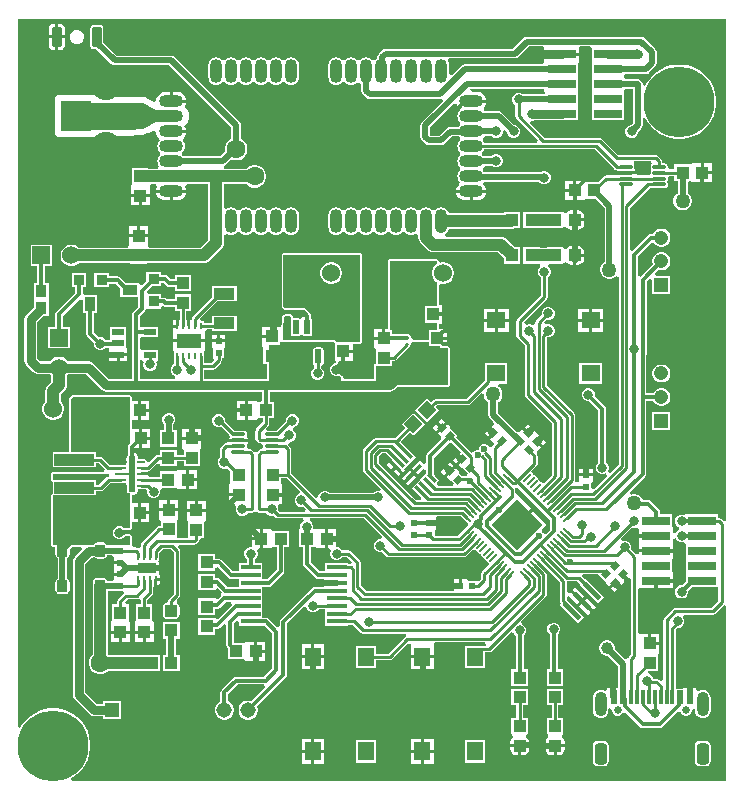
<source format=gtl>
G04*
G04 #@! TF.GenerationSoftware,Altium Limited,Altium Designer,24.2.2 (26)*
G04*
G04 Layer_Physical_Order=1*
G04 Layer_Color=255*
%FSLAX44Y44*%
%MOMM*%
G71*
G04*
G04 #@! TF.SameCoordinates,57E06D6A-15B4-4B42-AE12-48CE37104189*
G04*
G04*
G04 #@! TF.FilePolarity,Positive*
G04*
G01*
G75*
%ADD11C,0.2500*%
%ADD44R,3.4000X0.9800*%
%ADD79R,1.1000X1.1000*%
G04:AMPARAMS|DCode=80|XSize=1.21mm|YSize=0.58mm|CornerRadius=0.0725mm|HoleSize=0mm|Usage=FLASHONLY|Rotation=270.000|XOffset=0mm|YOffset=0mm|HoleType=Round|Shape=RoundedRectangle|*
%AMROUNDEDRECTD80*
21,1,1.2100,0.4350,0,0,270.0*
21,1,1.0650,0.5800,0,0,270.0*
1,1,0.1450,-0.2175,-0.5325*
1,1,0.1450,-0.2175,0.5325*
1,1,0.1450,0.2175,0.5325*
1,1,0.1450,0.2175,-0.5325*
%
%ADD80ROUNDEDRECTD80*%
G04:AMPARAMS|DCode=81|XSize=1.65mm|YSize=0.25mm|CornerRadius=0mm|HoleSize=0mm|Usage=FLASHONLY|Rotation=45.000|XOffset=0mm|YOffset=0mm|HoleType=Round|Shape=Rectangle|*
%AMROTATEDRECTD81*
4,1,4,-0.4950,-0.6718,-0.6718,-0.4950,0.4950,0.6718,0.6718,0.4950,-0.4950,-0.6718,0.0*
%
%ADD81ROTATEDRECTD81*%

G04:AMPARAMS|DCode=82|XSize=0.9mm|YSize=0.3mm|CornerRadius=0mm|HoleSize=0mm|Usage=FLASHONLY|Rotation=315.000|XOffset=0mm|YOffset=0mm|HoleType=Round|Shape=Rectangle|*
%AMROTATEDRECTD82*
4,1,4,-0.4243,0.2121,-0.2121,0.4243,0.4243,-0.2121,0.2121,-0.4243,-0.4243,0.2121,0.0*
%
%ADD82ROTATEDRECTD82*%

%ADD83R,2.4000X0.7500*%
G04:AMPARAMS|DCode=84|XSize=0.5mm|YSize=3mm|CornerRadius=0.03mm|HoleSize=0mm|Usage=FLASHONLY|Rotation=180.000|XOffset=0mm|YOffset=0mm|HoleType=Round|Shape=RoundedRectangle|*
%AMROUNDEDRECTD84*
21,1,0.5000,2.9400,0,0,180.0*
21,1,0.4400,3.0000,0,0,180.0*
1,1,0.0600,-0.2200,1.4700*
1,1,0.0600,0.2200,1.4700*
1,1,0.0600,0.2200,-1.4700*
1,1,0.0600,-0.2200,-1.4700*
%
%ADD84ROUNDEDRECTD84*%
G04:AMPARAMS|DCode=85|XSize=0.6mm|YSize=0.25mm|CornerRadius=0.05mm|HoleSize=0mm|Usage=FLASHONLY|Rotation=180.000|XOffset=0mm|YOffset=0mm|HoleType=Round|Shape=RoundedRectangle|*
%AMROUNDEDRECTD85*
21,1,0.6000,0.1500,0,0,180.0*
21,1,0.5000,0.2500,0,0,180.0*
1,1,0.1000,-0.2500,0.0750*
1,1,0.1000,0.2500,0.0750*
1,1,0.1000,0.2500,-0.0750*
1,1,0.1000,-0.2500,-0.0750*
%
%ADD85ROUNDEDRECTD85*%
G04:AMPARAMS|DCode=86|XSize=0.9mm|YSize=0.25mm|CornerRadius=0.05mm|HoleSize=0mm|Usage=FLASHONLY|Rotation=180.000|XOffset=0mm|YOffset=0mm|HoleType=Round|Shape=RoundedRectangle|*
%AMROUNDEDRECTD86*
21,1,0.9000,0.1500,0,0,180.0*
21,1,0.8000,0.2500,0,0,180.0*
1,1,0.1000,-0.4000,0.0750*
1,1,0.1000,0.4000,0.0750*
1,1,0.1000,0.4000,-0.0750*
1,1,0.1000,-0.4000,-0.0750*
%
%ADD86ROUNDEDRECTD86*%
G04:AMPARAMS|DCode=87|XSize=1.3mm|YSize=0.25mm|CornerRadius=0.05mm|HoleSize=0mm|Usage=FLASHONLY|Rotation=180.000|XOffset=0mm|YOffset=0mm|HoleType=Round|Shape=RoundedRectangle|*
%AMROUNDEDRECTD87*
21,1,1.3000,0.1500,0,0,180.0*
21,1,1.2000,0.2500,0,0,180.0*
1,1,0.1000,-0.6000,0.0750*
1,1,0.1000,0.6000,0.0750*
1,1,0.1000,0.6000,-0.0750*
1,1,0.1000,-0.6000,-0.0750*
%
%ADD87ROUNDEDRECTD87*%
G04:AMPARAMS|DCode=88|XSize=1.12mm|YSize=0.27mm|CornerRadius=0.0338mm|HoleSize=0mm|Usage=FLASHONLY|Rotation=0.000|XOffset=0mm|YOffset=0mm|HoleType=Round|Shape=RoundedRectangle|*
%AMROUNDEDRECTD88*
21,1,1.1200,0.2025,0,0,0.0*
21,1,1.0525,0.2700,0,0,0.0*
1,1,0.0675,0.5263,-0.1013*
1,1,0.0675,-0.5263,-0.1013*
1,1,0.0675,-0.5263,0.1013*
1,1,0.0675,0.5263,0.1013*
%
%ADD88ROUNDEDRECTD88*%
%ADD89R,1.6000X1.4000*%
G04:AMPARAMS|DCode=90|XSize=0.9mm|YSize=1.6mm|CornerRadius=0.054mm|HoleSize=0mm|Usage=FLASHONLY|Rotation=90.000|XOffset=0mm|YOffset=0mm|HoleType=Round|Shape=RoundedRectangle|*
%AMROUNDEDRECTD90*
21,1,0.9000,1.4920,0,0,90.0*
21,1,0.7920,1.6000,0,0,90.0*
1,1,0.1080,0.7460,0.3960*
1,1,0.1080,0.7460,-0.3960*
1,1,0.1080,-0.7460,-0.3960*
1,1,0.1080,-0.7460,0.3960*
%
%ADD90ROUNDEDRECTD90*%
G04:AMPARAMS|DCode=91|XSize=0.5mm|YSize=0.25mm|CornerRadius=0.05mm|HoleSize=0mm|Usage=FLASHONLY|Rotation=90.000|XOffset=0mm|YOffset=0mm|HoleType=Round|Shape=RoundedRectangle|*
%AMROUNDEDRECTD91*
21,1,0.5000,0.1500,0,0,90.0*
21,1,0.4000,0.2500,0,0,90.0*
1,1,0.1000,0.0750,0.2000*
1,1,0.1000,0.0750,-0.2000*
1,1,0.1000,-0.0750,-0.2000*
1,1,0.1000,-0.0750,0.2000*
%
%ADD91ROUNDEDRECTD91*%
%ADD92R,1.6510X0.4318*%
G04:AMPARAMS|DCode=93|XSize=0.4mm|YSize=1.9mm|CornerRadius=0mm|HoleSize=0mm|Usage=FLASHONLY|Rotation=225.000|XOffset=0mm|YOffset=0mm|HoleType=Round|Shape=Rectangle|*
%AMROTATEDRECTD93*
4,1,4,-0.5303,0.8132,0.8132,-0.5303,0.5303,-0.8132,-0.8132,0.5303,-0.5303,0.8132,0.0*
%
%ADD93ROTATEDRECTD93*%

%ADD94C,0.2300*%
%ADD95P,4.3841X4X90.0*%
G04:AMPARAMS|DCode=96|XSize=0.84mm|YSize=0.2mm|CornerRadius=0.025mm|HoleSize=0mm|Usage=FLASHONLY|Rotation=45.000|XOffset=0mm|YOffset=0mm|HoleType=Round|Shape=RoundedRectangle|*
%AMROUNDEDRECTD96*
21,1,0.8400,0.1500,0,0,45.0*
21,1,0.7900,0.2000,0,0,45.0*
1,1,0.0500,0.3323,0.2263*
1,1,0.0500,-0.2263,-0.3323*
1,1,0.0500,-0.3323,-0.2263*
1,1,0.0500,0.2263,0.3323*
%
%ADD96ROUNDEDRECTD96*%
G04:AMPARAMS|DCode=97|XSize=0.2mm|YSize=0.84mm|CornerRadius=0.025mm|HoleSize=0mm|Usage=FLASHONLY|Rotation=45.000|XOffset=0mm|YOffset=0mm|HoleType=Round|Shape=RoundedRectangle|*
%AMROUNDEDRECTD97*
21,1,0.2000,0.7900,0,0,45.0*
21,1,0.1500,0.8400,0,0,45.0*
1,1,0.0500,0.3323,-0.2263*
1,1,0.0500,0.2263,-0.3323*
1,1,0.0500,-0.3323,0.2263*
1,1,0.0500,-0.2263,0.3323*
%
%ADD97ROUNDEDRECTD97*%
%ADD98R,0.6000X1.1500*%
%ADD99R,0.3000X1.1500*%
%ADD100R,1.4000X1.6000*%
%ADD101R,2.1590X1.2446*%
%ADD102R,0.2032X0.6096*%
G04:AMPARAMS|DCode=103|XSize=0.91mm|YSize=1.07mm|CornerRadius=0.2275mm|HoleSize=0mm|Usage=FLASHONLY|Rotation=0.000|XOffset=0mm|YOffset=0mm|HoleType=Round|Shape=RoundedRectangle|*
%AMROUNDEDRECTD103*
21,1,0.9100,0.6150,0,0,0.0*
21,1,0.4550,1.0700,0,0,0.0*
1,1,0.4550,0.2275,-0.3075*
1,1,0.4550,-0.2275,-0.3075*
1,1,0.4550,-0.2275,0.3075*
1,1,0.4550,0.2275,0.3075*
%
%ADD103ROUNDEDRECTD103*%
%ADD104R,0.9700X1.0000*%
%ADD105R,1.8000X1.0000*%
%ADD106R,0.9144X0.9144*%
%ADD107R,1.2700X0.9144*%
%ADD108O,1.0160X2.0320*%
%ADD109O,2.0320X1.0160*%
%ADD110R,1.1000X1.1000*%
G04:AMPARAMS|DCode=111|XSize=1.1mm|YSize=1.1mm|CornerRadius=0.275mm|HoleSize=0mm|Usage=FLASHONLY|Rotation=0.000|XOffset=0mm|YOffset=0mm|HoleType=Round|Shape=RoundedRectangle|*
%AMROUNDEDRECTD111*
21,1,1.1000,0.5500,0,0,0.0*
21,1,0.5500,1.1000,0,0,0.0*
1,1,0.5500,0.2750,-0.2750*
1,1,0.5500,-0.2750,-0.2750*
1,1,0.5500,-0.2750,0.2750*
1,1,0.5500,0.2750,0.2750*
%
%ADD111ROUNDEDRECTD111*%
G04:AMPARAMS|DCode=112|XSize=1.1mm|YSize=1.1mm|CornerRadius=0.275mm|HoleSize=0mm|Usage=FLASHONLY|Rotation=90.000|XOffset=0mm|YOffset=0mm|HoleType=Round|Shape=RoundedRectangle|*
%AMROUNDEDRECTD112*
21,1,1.1000,0.5500,0,0,90.0*
21,1,0.5500,1.1000,0,0,90.0*
1,1,0.5500,0.2750,0.2750*
1,1,0.5500,0.2750,-0.2750*
1,1,0.5500,-0.2750,-0.2750*
1,1,0.5500,-0.2750,0.2750*
%
%ADD112ROUNDEDRECTD112*%
%ADD113R,1.0000X0.5500*%
%ADD114R,0.9144X0.9144*%
%ADD115R,0.9144X1.2700*%
%ADD116P,1.5556X4X270.0*%
G04:AMPARAMS|DCode=117|XSize=0.508mm|YSize=0.6096mm|CornerRadius=0mm|HoleSize=0mm|Usage=FLASHONLY|Rotation=135.000|XOffset=0mm|YOffset=0mm|HoleType=Round|Shape=Rectangle|*
%AMROTATEDRECTD117*
4,1,4,0.3951,0.0359,-0.0359,-0.3951,-0.3951,-0.0359,0.0359,0.3951,0.3951,0.0359,0.0*
%
%ADD117ROTATEDRECTD117*%

%ADD118R,0.6096X0.5080*%
%ADD119R,0.5080X0.6096*%
G04:AMPARAMS|DCode=120|XSize=0.508mm|YSize=0.6096mm|CornerRadius=0mm|HoleSize=0mm|Usage=FLASHONLY|Rotation=45.000|XOffset=0mm|YOffset=0mm|HoleType=Round|Shape=Rectangle|*
%AMROTATEDRECTD120*
4,1,4,0.0359,-0.3951,-0.3951,0.0359,-0.0359,0.3951,0.3951,-0.0359,0.0359,-0.3951,0.0*
%
%ADD120ROTATEDRECTD120*%

G04:AMPARAMS|DCode=121|XSize=0.8mm|YSize=1.7mm|CornerRadius=0.1mm|HoleSize=0mm|Usage=FLASHONLY|Rotation=0.000|XOffset=0mm|YOffset=0mm|HoleType=Round|Shape=RoundedRectangle|*
%AMROUNDEDRECTD121*
21,1,0.8000,1.5000,0,0,0.0*
21,1,0.6000,1.7000,0,0,0.0*
1,1,0.2000,0.3000,-0.7500*
1,1,0.2000,-0.3000,-0.7500*
1,1,0.2000,-0.3000,0.7500*
1,1,0.2000,0.3000,0.7500*
%
%ADD121ROUNDEDRECTD121*%
%ADD122C,0.5000*%
%ADD123C,0.2300*%
%ADD124C,0.3500*%
%ADD125C,0.7500*%
%ADD126C,1.0000*%
%ADD127C,2.2800*%
%ADD128C,1.0160*%
%ADD129R,1.2080X1.2080*%
%ADD130C,1.2080*%
%ADD131C,6.0000*%
%ADD132C,1.2000*%
%ADD133R,1.2000X1.2000*%
%ADD134R,1.3080X1.3080*%
%ADD135C,1.3080*%
G04:AMPARAMS|DCode=136|XSize=1.8mm|YSize=1mm|CornerRadius=0.25mm|HoleSize=0mm|Usage=FLASHONLY|Rotation=90.000|XOffset=0mm|YOffset=0mm|HoleType=Round|Shape=RoundedRectangle|*
%AMROUNDEDRECTD136*
21,1,1.8000,0.5000,0,0,90.0*
21,1,1.3000,1.0000,0,0,90.0*
1,1,0.5000,0.2500,0.6500*
1,1,0.5000,0.2500,-0.6500*
1,1,0.5000,-0.2500,-0.6500*
1,1,0.5000,-0.2500,0.6500*
%
%ADD136ROUNDEDRECTD136*%
%ADD137O,1.0000X2.1000*%
%ADD138C,0.6500*%
%ADD139R,1.5240X1.5240*%
%ADD140C,1.5240*%
%ADD141R,1.5240X1.5240*%
%ADD142C,2.4000*%
%ADD143R,2.5000X2.5000*%
%ADD144C,0.8000*%
%ADD145C,0.6000*%
%ADD146C,1.2700*%
%ADD147C,1.0000*%
%ADD148C,1.6000*%
G36*
X445161Y590897D02*
X445929Y590402D01*
X446316Y587686D01*
X445223Y586253D01*
X427559D01*
X427129Y586683D01*
X425099Y587524D01*
X422901D01*
X420871Y586683D01*
X419317Y585129D01*
X418476Y583099D01*
Y580901D01*
X419317Y578871D01*
X420871Y577317D01*
X421274Y577150D01*
Y568000D01*
X421481Y566957D01*
X422072Y566072D01*
X440893Y547251D01*
X440013Y545126D01*
X395099D01*
X394849Y545731D01*
X393790Y547110D01*
X393878Y549455D01*
X395343Y550947D01*
X401241D01*
X401871Y550317D01*
X403901Y549476D01*
X406099D01*
X408129Y550317D01*
X409683Y551871D01*
X410524Y553901D01*
Y555421D01*
X412559Y556530D01*
X412649Y556549D01*
X414476Y554722D01*
Y553901D01*
X415317Y551871D01*
X416871Y550317D01*
X418901Y549476D01*
X421099D01*
X423129Y550317D01*
X424683Y551871D01*
X425524Y553901D01*
Y556099D01*
X424683Y558129D01*
X423129Y559683D01*
X421099Y560524D01*
X420278D01*
X410101Y570701D01*
X408770Y571590D01*
X407200Y571903D01*
X395954D01*
X395131Y572962D01*
X394515Y575065D01*
X395736Y576657D01*
X396504Y578511D01*
X396599Y579230D01*
X384000D01*
Y581770D01*
X396599D01*
X396504Y582489D01*
X395736Y584343D01*
X394515Y585935D01*
X392923Y587156D01*
X391069Y587924D01*
X389080Y588186D01*
X384314D01*
X383085Y590486D01*
X383359Y590897D01*
X445161D01*
D02*
G37*
G36*
X371809Y577754D02*
X372264Y576657D01*
X373485Y575065D01*
X373624Y574959D01*
X374200Y572553D01*
X373861Y572055D01*
X373151Y571130D01*
X372486Y569524D01*
X372259Y567800D01*
X372486Y566076D01*
X373151Y564469D01*
X374210Y563090D01*
X374315Y563009D01*
X374442Y560659D01*
X372786Y558943D01*
X366340D01*
X364770Y558631D01*
X363439Y557741D01*
X357051Y551353D01*
X349628D01*
X349103Y551878D01*
Y558301D01*
X369371Y578569D01*
X371809Y577754D01*
D02*
G37*
G36*
X600000Y225567D02*
X598647Y224888D01*
X597700Y224756D01*
X595531Y226925D01*
X594646Y227516D01*
X593603Y227724D01*
X593024D01*
Y230674D01*
X565976D01*
Y230674D01*
X563676Y230285D01*
X563099Y230524D01*
X560901D01*
X558871Y229683D01*
X557317Y228129D01*
X556476Y226099D01*
Y223901D01*
X557317Y221871D01*
X558871Y220317D01*
X559702Y219973D01*
Y217483D01*
X559246Y217294D01*
X557692Y215740D01*
X557340Y214891D01*
X555040Y215349D01*
X555040Y218990D01*
X554024Y220869D01*
X554024Y221290D01*
Y230674D01*
X543838D01*
Y232500D01*
X543584Y233778D01*
X542860Y234860D01*
X535960Y241760D01*
X534877Y242484D01*
X533600Y242738D01*
X529418D01*
X529337Y243039D01*
X528301Y244835D01*
X526835Y246301D01*
X525039Y247337D01*
X523037Y247874D01*
X520963D01*
X519439Y247466D01*
X518275Y248928D01*
X518086Y249366D01*
X531360Y262640D01*
X532084Y263723D01*
X532338Y265000D01*
Y326662D01*
X538193D01*
X538947Y325356D01*
X540356Y323947D01*
X542080Y322952D01*
X544004Y322436D01*
X545996D01*
X547920Y322952D01*
X549644Y323947D01*
X551053Y325356D01*
X552048Y327080D01*
X552564Y329004D01*
Y330996D01*
X552048Y332920D01*
X551053Y334644D01*
X549644Y336053D01*
X547920Y337048D01*
X545996Y337564D01*
X544004D01*
X542080Y337048D01*
X540356Y336053D01*
X538947Y334644D01*
X538193Y333338D01*
X532338D01*
Y365949D01*
X532403Y366047D01*
X532658Y367324D01*
Y427937D01*
X535136Y430415D01*
X537436Y429463D01*
Y417436D01*
X552564D01*
Y432564D01*
X540537D01*
X539585Y434864D01*
X542547Y437826D01*
X544004Y437436D01*
X545996D01*
X547920Y437952D01*
X549644Y438947D01*
X551053Y440356D01*
X552048Y442080D01*
X552564Y444004D01*
Y445996D01*
X552048Y447920D01*
X551053Y449644D01*
X549644Y451053D01*
X547920Y452048D01*
X545996Y452564D01*
X544004D01*
X542080Y452048D01*
X540356Y451053D01*
X538947Y449644D01*
X537952Y447920D01*
X537436Y445996D01*
Y444004D01*
X537826Y442547D01*
X527364Y432085D01*
X525786Y432478D01*
X525064Y432969D01*
Y448912D01*
X536371Y460218D01*
X538947Y460356D01*
X540356Y458947D01*
X542080Y457952D01*
X544004Y457436D01*
X545996D01*
X547920Y457952D01*
X549644Y458947D01*
X551053Y460356D01*
X552048Y462080D01*
X552564Y464004D01*
Y465996D01*
X552048Y467920D01*
X551053Y469644D01*
X549644Y471053D01*
X547920Y472048D01*
X545996Y472564D01*
X544004D01*
X542080Y472048D01*
X540356Y471053D01*
X538947Y469644D01*
X538078Y468139D01*
X536233D01*
X534955Y467885D01*
X533872Y467161D01*
X520398Y453687D01*
X518098Y454639D01*
Y490242D01*
X535129Y507274D01*
X537052D01*
X537111Y507234D01*
X537837Y507090D01*
X548363D01*
X549089Y507234D01*
X549705Y507645D01*
X550116Y508261D01*
X550261Y508988D01*
Y511012D01*
X550116Y511739D01*
X549705Y512355D01*
Y512645D01*
X550116Y513261D01*
X550261Y513988D01*
Y516012D01*
X552314Y517274D01*
X555976D01*
Y512976D01*
X558897D01*
Y502723D01*
X558165Y502301D01*
X556699Y500835D01*
X555663Y499039D01*
X555126Y497037D01*
Y494963D01*
X555663Y492961D01*
X556699Y491165D01*
X558165Y489699D01*
X559961Y488663D01*
X561963Y488126D01*
X564037D01*
X566039Y488663D01*
X567835Y489699D01*
X569301Y491165D01*
X570337Y492961D01*
X570874Y494963D01*
Y497037D01*
X570337Y499039D01*
X569301Y500835D01*
X567835Y502301D01*
X567103Y502723D01*
Y511350D01*
X568729Y512976D01*
X569581Y512976D01*
X571460Y511960D01*
X571903Y511960D01*
X578230D01*
Y520000D01*
Y528040D01*
X571903D01*
X571460Y528040D01*
X569581Y527024D01*
X569160Y527024D01*
X555976D01*
Y522726D01*
X552314D01*
X550261Y523988D01*
Y526012D01*
X550116Y526739D01*
X549705Y527355D01*
X549089Y527766D01*
X548363Y527910D01*
X545826D01*
Y529900D01*
X545619Y530943D01*
X545028Y531828D01*
X542428Y534428D01*
X541543Y535019D01*
X540500Y535226D01*
X508629D01*
X494928Y548928D01*
X494043Y549519D01*
X493000Y549726D01*
X446129D01*
X433855Y562001D01*
X433912Y562246D01*
X434982Y564126D01*
X436549D01*
X436782Y564223D01*
X460500D01*
X461019Y564326D01*
X474024D01*
Y574726D01*
X474024Y574874D01*
Y577026D01*
X474024Y577174D01*
Y587574D01*
X474024D01*
Y589726D01*
X474024D01*
Y600126D01*
X474024Y600274D01*
Y602426D01*
X474024Y602574D01*
X474024Y612231D01*
X475040Y614110D01*
X475040Y614853D01*
Y619130D01*
X445960D01*
X445960Y614110D01*
X445964Y614103D01*
X444593Y611803D01*
X378355D01*
X376785Y611491D01*
X375454Y610601D01*
X367561Y602708D01*
X365261Y603661D01*
Y610980D01*
X365034Y612704D01*
X364369Y614310D01*
X364225Y614497D01*
X365360Y616797D01*
X420900D01*
X422470Y617109D01*
X423801Y617999D01*
X432700Y626897D01*
X443746D01*
X445960Y626690D01*
X445960Y624597D01*
Y621670D01*
X475040D01*
X475040Y626690D01*
X477254Y626897D01*
X484183D01*
X485976Y625674D01*
X485976Y624597D01*
Y615274D01*
X485976Y615126D01*
Y612974D01*
X485976Y612826D01*
Y602574D01*
X485976Y602426D01*
Y600274D01*
X485976Y600126D01*
Y589874D01*
X485976Y589726D01*
Y587574D01*
X485976Y587426D01*
Y577174D01*
X485976Y577026D01*
Y574874D01*
X485976Y574726D01*
Y564326D01*
X513024D01*
Y574726D01*
X513024Y574874D01*
Y577026D01*
X513024Y577174D01*
Y587426D01*
X513024Y587574D01*
Y589726D01*
X514900Y590897D01*
X520897D01*
Y561699D01*
X519722Y560524D01*
X518901D01*
X516871Y559683D01*
X515317Y558129D01*
X514476Y556099D01*
Y553901D01*
X515317Y551871D01*
X516871Y550317D01*
X518901Y549476D01*
X521099D01*
X523129Y550317D01*
X524683Y551871D01*
X525524Y553901D01*
Y554722D01*
X527901Y557099D01*
X528791Y558430D01*
X529103Y560000D01*
Y566135D01*
X531403Y566688D01*
X533038Y563478D01*
X535955Y559464D01*
X539464Y555955D01*
X543478Y553038D01*
X547899Y550786D01*
X552618Y549252D01*
X557519Y548476D01*
X562481D01*
X567382Y549252D01*
X572101Y550786D01*
X576522Y553038D01*
X580536Y555955D01*
X584045Y559464D01*
X586962Y563478D01*
X589214Y567899D01*
X590748Y572618D01*
X591524Y577519D01*
Y582481D01*
X590748Y587382D01*
X589214Y592101D01*
X586962Y596522D01*
X584045Y600536D01*
X580536Y604045D01*
X576522Y606962D01*
X572101Y609215D01*
X567382Y610748D01*
X562481Y611524D01*
X557519D01*
X552618Y610748D01*
X547899Y609215D01*
X543478Y606962D01*
X539464Y604045D01*
X535955Y600536D01*
X533038Y596522D01*
X531403Y593312D01*
X529103Y593865D01*
Y595000D01*
X528791Y596570D01*
X527901Y597901D01*
X526570Y598791D01*
X525000Y599103D01*
X514900D01*
X513027Y600272D01*
Y602428D01*
X514900Y603597D01*
X531700D01*
X533270Y603909D01*
X534601Y604799D01*
X539901Y610099D01*
X540790Y611430D01*
X541103Y613000D01*
Y622000D01*
X540790Y623570D01*
X539901Y624901D01*
X530901Y633901D01*
X529570Y634790D01*
X528000Y635103D01*
X431000D01*
X429430Y634790D01*
X428099Y633901D01*
X419201Y625003D01*
X311600D01*
X310030Y624691D01*
X308699Y623801D01*
X305734Y620836D01*
X304845Y619505D01*
X304533Y617935D01*
Y616775D01*
X304470Y616749D01*
X303090Y615690D01*
X302831Y615353D01*
X302755Y615312D01*
X300145D01*
X300069Y615353D01*
X299810Y615690D01*
X298431Y616749D01*
X296824Y617414D01*
X295100Y617641D01*
X293376Y617414D01*
X291770Y616749D01*
X290390Y615690D01*
X290131Y615353D01*
X290055Y615312D01*
X287445D01*
X287369Y615353D01*
X287110Y615690D01*
X285730Y616749D01*
X284124Y617414D01*
X282400Y617641D01*
X280676Y617414D01*
X279069Y616749D01*
X277690Y615690D01*
X277431Y615353D01*
X277355Y615312D01*
X274745D01*
X274669Y615353D01*
X274410Y615690D01*
X273030Y616749D01*
X271424Y617414D01*
X269700Y617641D01*
X267976Y617414D01*
X266369Y616749D01*
X264990Y615690D01*
X263931Y614310D01*
X263266Y612704D01*
X263039Y610980D01*
Y600820D01*
X263266Y599096D01*
X263931Y597490D01*
X264990Y596110D01*
X266369Y595051D01*
X267976Y594386D01*
X269700Y594159D01*
X271424Y594386D01*
X273030Y595051D01*
X274410Y596110D01*
X274669Y596447D01*
X274745Y596488D01*
X277355D01*
X277431Y596447D01*
X277690Y596110D01*
X279069Y595051D01*
X280676Y594386D01*
X282400Y594159D01*
X284124Y594386D01*
X285730Y595051D01*
X287110Y596110D01*
X289469Y596074D01*
X290997Y594578D01*
Y589429D01*
X291310Y587859D01*
X292199Y586528D01*
X295128Y583599D01*
X296459Y582710D01*
X298029Y582397D01*
X357155D01*
X358637Y582692D01*
X358811Y582579D01*
X359993Y580795D01*
X342099Y562901D01*
X341209Y561570D01*
X340897Y560000D01*
Y550179D01*
X341209Y548609D01*
X342099Y547278D01*
X345028Y544349D01*
X346359Y543460D01*
X347929Y543147D01*
X358750D01*
X360320Y543460D01*
X361651Y544349D01*
X368040Y550737D01*
X373943D01*
X374210Y550390D01*
X374547Y550131D01*
X374588Y550055D01*
Y547445D01*
X374547Y547369D01*
X374210Y547110D01*
X373151Y545731D01*
X372486Y544124D01*
X372259Y542400D01*
X372486Y540676D01*
X373151Y539070D01*
X374210Y537690D01*
X374547Y537431D01*
X374588Y537355D01*
Y534745D01*
X374547Y534669D01*
X374210Y534410D01*
X373151Y533031D01*
X372486Y531424D01*
X372259Y529700D01*
X372486Y527976D01*
X373151Y526370D01*
X374210Y524990D01*
X374547Y524731D01*
X374588Y524655D01*
Y522045D01*
X374547Y521969D01*
X374210Y521710D01*
X373151Y520331D01*
X372486Y518724D01*
X372259Y517000D01*
X372486Y515276D01*
X373151Y513670D01*
X373861Y512745D01*
X374200Y512247D01*
X373624Y509841D01*
X373485Y509735D01*
X372264Y508143D01*
X371496Y506289D01*
X371401Y505570D01*
X396599D01*
X396504Y506289D01*
X395736Y508143D01*
X394515Y509735D01*
X394376Y509841D01*
X394328Y510002D01*
X395076Y512203D01*
X441449D01*
X442603Y511049D01*
X444633Y510208D01*
X446831D01*
X448861Y511049D01*
X450415Y512603D01*
X451256Y514633D01*
Y516831D01*
X450415Y518861D01*
X448861Y520415D01*
X446831Y521256D01*
X444633D01*
X442603Y520415D01*
X442597Y520409D01*
X394788D01*
X393790Y521710D01*
X393671Y524110D01*
X395260Y525747D01*
X401441D01*
X401871Y525317D01*
X403901Y524476D01*
X406099D01*
X408129Y525317D01*
X409683Y526871D01*
X410524Y528901D01*
Y531099D01*
X409683Y533129D01*
X408129Y534683D01*
X406099Y535524D01*
X403901D01*
X401871Y534683D01*
X401141Y533953D01*
X394141D01*
X393790Y534410D01*
X393453Y534669D01*
X393412Y534745D01*
Y537355D01*
X393453Y537431D01*
X393790Y537690D01*
X394849Y539070D01*
X395099Y539674D01*
X488471D01*
X505072Y523072D01*
X505957Y522481D01*
X505957Y522481D01*
X506981Y522150D01*
X506844Y521270D01*
X523145D01*
X522973Y522135D01*
X522337Y523087D01*
X522023Y523297D01*
X522160Y523988D01*
Y526012D01*
X522016Y526739D01*
X521605Y527355D01*
X521426Y527474D01*
X521774Y529689D01*
X521809Y529774D01*
X536291D01*
X536326Y529689D01*
X536674Y527474D01*
X536496Y527355D01*
X536084Y526739D01*
X535940Y526012D01*
Y523988D01*
X536084Y523261D01*
X536496Y522645D01*
Y522355D01*
X536084Y521739D01*
X535940Y521012D01*
Y518988D01*
X533886Y517726D01*
X525291D01*
X523624Y518730D01*
X506376D01*
X504709Y517726D01*
X498000D01*
X496957Y517519D01*
X496072Y516928D01*
X491168Y512024D01*
X481419Y512024D01*
X479540Y513040D01*
X479097Y513040D01*
X472770D01*
Y505000D01*
Y496960D01*
X479097D01*
X479540Y496960D01*
X481419Y497976D01*
X481840Y497976D01*
X489222D01*
X496897Y490301D01*
Y444723D01*
X496165Y444301D01*
X494699Y442835D01*
X493663Y441039D01*
X493126Y439037D01*
Y436963D01*
X493663Y434961D01*
X494699Y433165D01*
X496165Y431699D01*
X497961Y430663D01*
X499963Y430126D01*
X502037D01*
X504039Y430663D01*
X505835Y431699D01*
X506521Y432385D01*
X508821Y431433D01*
Y272900D01*
X501411Y265491D01*
X499683Y266871D01*
X500524Y268901D01*
Y271099D01*
X499683Y273129D01*
X498338Y274474D01*
Y320000D01*
X498084Y321277D01*
X497360Y322360D01*
X488524Y331197D01*
Y333099D01*
X487683Y335129D01*
X486129Y336683D01*
X484099Y337524D01*
X481901D01*
X479871Y336683D01*
X478317Y335129D01*
X477476Y333099D01*
Y330901D01*
X478317Y328871D01*
X479871Y327317D01*
X481901Y326476D01*
X483803D01*
X491662Y318617D01*
Y274474D01*
X490317Y273129D01*
X489476Y271099D01*
Y268901D01*
X490317Y266871D01*
X491871Y265317D01*
X493901Y264476D01*
X496099D01*
X498129Y265317D01*
X498456Y264907D01*
X499509Y263589D01*
X487981Y252061D01*
X485681Y253013D01*
X485681Y257092D01*
X486697Y258971D01*
X486697Y259834D01*
Y262781D01*
X481109D01*
X475521D01*
Y258971D01*
X475550Y258917D01*
X474823Y257698D01*
X472187Y257686D01*
X471549Y258724D01*
X471547Y258917D01*
X471726Y259817D01*
X471726Y259817D01*
Y314799D01*
X471519Y315842D01*
X470928Y316727D01*
X447726Y339928D01*
Y380359D01*
X447901Y380476D01*
X450099D01*
X452129Y381317D01*
X453683Y382871D01*
X454524Y384901D01*
Y387099D01*
X453683Y389129D01*
X452129Y390683D01*
X450099Y391524D01*
X447901D01*
X445462Y393003D01*
X445381Y393525D01*
X447499Y395643D01*
X447901Y395476D01*
X450099D01*
X452129Y396317D01*
X453683Y397871D01*
X454524Y399901D01*
Y402099D01*
X453683Y404129D01*
X452129Y405683D01*
X450099Y406524D01*
X447901D01*
X445871Y405683D01*
X444317Y404129D01*
X443476Y402099D01*
Y399901D01*
X443643Y399498D01*
X439072Y394928D01*
X438481Y394043D01*
X438274Y393000D01*
Y391791D01*
X436129Y390683D01*
X434099Y391524D01*
X431901D01*
X431284Y391268D01*
X428844Y392662D01*
X428697Y393842D01*
X447928Y413072D01*
X448519Y413957D01*
X448726Y415000D01*
Y431150D01*
X449129Y431317D01*
X450683Y432871D01*
X451524Y434901D01*
Y437099D01*
X450683Y439129D01*
X449136Y440676D01*
X449136Y440718D01*
X449604Y442976D01*
X462024D01*
Y443655D01*
X464324Y444352D01*
X464936Y443436D01*
X466686Y442267D01*
X468750Y441856D01*
X470230D01*
Y450000D01*
Y458144D01*
X468750D01*
X466686Y457733D01*
X464936Y456564D01*
X464324Y455648D01*
X462024Y456345D01*
Y457024D01*
X447976D01*
Y456580D01*
X442024D01*
Y457024D01*
X427976D01*
Y442976D01*
X442024D01*
X442162Y442879D01*
X442317Y442400D01*
X442217Y440029D01*
X441317Y439129D01*
X440476Y437099D01*
Y434901D01*
X441317Y432871D01*
X442871Y431317D01*
X443274Y431150D01*
Y416129D01*
X423072Y395928D01*
X422481Y395043D01*
X422274Y394000D01*
Y382000D01*
X422481Y380957D01*
X423072Y380072D01*
X429274Y373871D01*
Y332000D01*
X429481Y330957D01*
X430072Y330072D01*
X452274Y307871D01*
Y263917D01*
X445263Y256907D01*
X444589Y256973D01*
X443529Y258034D01*
X442942Y258426D01*
X442284Y258557D01*
X442153Y259215D01*
X441761Y259801D01*
X440700Y260862D01*
X440113Y261254D01*
X439455Y261385D01*
X439325Y262043D01*
X438932Y262630D01*
X437872Y263690D01*
X437285Y264083D01*
X436627Y264213D01*
X436496Y264872D01*
X436104Y265458D01*
X435043Y266519D01*
X434977Y267193D01*
X439428Y271644D01*
X440019Y272528D01*
X440226Y273572D01*
Y280000D01*
X440019Y281043D01*
X439428Y281928D01*
X439328Y282027D01*
X439985Y284623D01*
X440043Y284641D01*
X440654Y285251D01*
X442738Y287335D01*
X438786Y291286D01*
X439684Y292184D01*
X438786Y293082D01*
X442378Y296674D01*
X439325Y299728D01*
X436674Y302378D01*
X433082Y298786D01*
X432184Y299684D01*
X431286Y298786D01*
X427335Y302738D01*
X425576Y300979D01*
X424641Y300043D01*
X422610Y300693D01*
X406603Y316699D01*
Y325777D01*
X407335Y326199D01*
X408801Y327665D01*
X409837Y329461D01*
X410374Y331463D01*
Y333537D01*
X409837Y335539D01*
X408801Y337335D01*
X407335Y338801D01*
X406685Y339176D01*
X407301Y341476D01*
X414524D01*
Y358524D01*
X395476D01*
Y344413D01*
X395456Y344311D01*
X379871Y328726D01*
X354000D01*
X354000Y328726D01*
X352957Y328519D01*
X352072Y327928D01*
X349706Y325562D01*
X346667Y328601D01*
X336734Y318667D01*
X346667Y308734D01*
X356601Y318667D01*
X353704Y321564D01*
X355247Y323274D01*
X381000D01*
X382043Y323481D01*
X382928Y324072D01*
X392326Y333470D01*
X394626Y332518D01*
Y331463D01*
X395163Y329461D01*
X396199Y327665D01*
X397665Y326199D01*
X398397Y325777D01*
Y315000D01*
X398709Y313430D01*
X399599Y312099D01*
X402412Y309286D01*
X403175Y307302D01*
X400122Y304249D01*
X403714Y300657D01*
X402816Y299758D01*
X403714Y298860D01*
X399762Y294909D01*
X401846Y292825D01*
X402356Y292316D01*
X403740Y290446D01*
X401896Y288603D01*
X401399Y287858D01*
X400645Y287722D01*
X398962Y287730D01*
X398671Y288433D01*
X397398Y289705D01*
X395736Y290394D01*
X393936D01*
X392273Y289705D01*
X391001Y288433D01*
X390312Y286770D01*
Y285074D01*
X388616D01*
X386953Y284385D01*
X385680Y283112D01*
X384065Y282791D01*
X370802Y296054D01*
X372107Y297359D01*
X367267Y302199D01*
X366969Y302496D01*
X366359Y304543D01*
X365749Y305154D01*
X363665Y307237D01*
X359714Y303286D01*
X355763Y299335D01*
X357846Y297251D01*
X358457Y296641D01*
X358736Y294456D01*
X346479Y282199D01*
X345755Y281116D01*
X345501Y279839D01*
Y274370D01*
X343376Y273490D01*
X340354Y276512D01*
X333622Y269781D01*
X336302Y267101D01*
X338982Y264421D01*
X343376Y268815D01*
X345501Y267935D01*
Y265020D01*
X344209Y263728D01*
X340673Y260192D01*
X337879Y257398D01*
X333602Y253121D01*
X341697Y245026D01*
X341097Y242726D01*
X337129D01*
X305550Y274305D01*
Y279695D01*
X308129Y282274D01*
X311942D01*
X316831Y277385D01*
X316121Y276675D01*
X321099Y271697D01*
X326077Y266719D01*
X328036Y268678D01*
X327317Y269396D01*
X332929Y275008D01*
X337206Y279284D01*
X328686Y287803D01*
X328476Y287593D01*
X323962Y292107D01*
X331961Y300105D01*
X335000Y297067D01*
X344933Y307000D01*
X335000Y316933D01*
X325067Y307000D01*
X328105Y303961D01*
X319695Y295550D01*
X303416D01*
X302373Y295343D01*
X301488Y294752D01*
X301488Y294752D01*
X293248Y286512D01*
X292657Y285627D01*
X292450Y284584D01*
Y268416D01*
X292657Y267373D01*
X293248Y266488D01*
X307164Y252572D01*
X306297Y250904D01*
X305960Y250524D01*
X303901D01*
X301871Y249683D01*
X301291Y249103D01*
X263709D01*
X263129Y249683D01*
X261099Y250524D01*
X258901D01*
X256871Y249683D01*
X255317Y248129D01*
X254476Y246099D01*
Y245632D01*
X252176Y244680D01*
X231726Y265129D01*
Y286000D01*
X231726Y286000D01*
X231519Y287043D01*
X230928Y287928D01*
X230928Y287928D01*
X229180Y289676D01*
X230132Y291976D01*
X231099D01*
X233129Y292817D01*
X234683Y294371D01*
X235524Y296401D01*
Y298599D01*
X234683Y300629D01*
X233136Y302176D01*
X233136Y302218D01*
X233597Y304467D01*
X233601Y304477D01*
X235629Y305317D01*
X237183Y306871D01*
X238024Y308901D01*
Y311099D01*
X237183Y313129D01*
X235629Y314683D01*
X233599Y315524D01*
X231401D01*
X229371Y314683D01*
X227817Y313129D01*
X226976Y311099D01*
Y310082D01*
X218305Y301411D01*
X211019D01*
X210066Y303710D01*
X211928Y305572D01*
X212519Y306457D01*
X212726Y307500D01*
Y311976D01*
X217024D01*
Y326024D01*
X213338D01*
Y334623D01*
X315000D01*
X317058Y335032D01*
X318802Y336198D01*
X320955Y338350D01*
X364000D01*
X365166Y338834D01*
X365650Y340000D01*
Y371662D01*
X365166Y372828D01*
X364000Y373312D01*
X363040D01*
Y378730D01*
X355000D01*
Y381270D01*
X363040D01*
Y388040D01*
X356650D01*
Y391960D01*
X359540D01*
Y398730D01*
X351500D01*
Y401270D01*
X359540D01*
Y408040D01*
X356650D01*
Y424542D01*
X358474Y425942D01*
X358796Y425856D01*
X361204D01*
X363529Y426479D01*
X365615Y427683D01*
X367317Y429385D01*
X368521Y431470D01*
X369144Y433796D01*
Y436204D01*
X368521Y438530D01*
X367317Y440615D01*
X365615Y442317D01*
X363529Y443521D01*
X361204Y444144D01*
X358796D01*
X358032Y443939D01*
X356650Y445000D01*
X356166Y446166D01*
X355000Y446650D01*
X315000D01*
X313834Y446166D01*
X313350Y445000D01*
Y388040D01*
X311270D01*
Y380000D01*
X310000D01*
Y378730D01*
X301960D01*
Y371960D01*
X301960D01*
X302976Y370524D01*
Y358116D01*
X301834Y357642D01*
X301350Y356476D01*
Y345377D01*
X277132D01*
X275603Y347100D01*
X275338Y347463D01*
X275166Y347878D01*
X274979Y347956D01*
X274860Y348120D01*
X272560Y349524D01*
X272426Y349545D01*
X272331Y349641D01*
X271819D01*
X271312Y349720D01*
X271203Y349641D01*
X271069D01*
X270535Y349420D01*
X268994D01*
X267570Y350009D01*
X266480Y351099D01*
X265890Y352523D01*
Y354065D01*
X266480Y355489D01*
X267570Y356578D01*
X268994Y357168D01*
X269000D01*
X269156Y357233D01*
X269322Y357200D01*
X269323Y357200D01*
X269722Y357467D01*
X270167Y357651D01*
X270231Y357808D01*
X270372Y357901D01*
X270807Y358553D01*
X270808Y358554D01*
X270822Y358626D01*
X270890Y358691D01*
X270892Y358707D01*
X270945Y359245D01*
X271054Y359792D01*
X273029Y360754D01*
X274495D01*
Y368794D01*
X275765D01*
Y370064D01*
X283805D01*
Y375350D01*
X290000D01*
X291166Y375834D01*
X291650Y377000D01*
Y450000D01*
X291166Y451166D01*
X290000Y451650D01*
X225000D01*
X223834Y451166D01*
X223350Y450000D01*
Y406736D01*
X223476Y406433D01*
Y406105D01*
X223708Y405873D01*
X223834Y405570D01*
X223963Y405517D01*
X225308Y404172D01*
X226474Y403689D01*
X241838D01*
X242634Y403530D01*
X243309Y403079D01*
X245752Y400636D01*
X245039Y398554D01*
X244556Y398204D01*
X242825D01*
X241551Y397951D01*
X241233Y397738D01*
X239296Y396496D01*
X238553Y396993D01*
X238552Y396993D01*
X237675Y397168D01*
X233325D01*
X232981Y397721D01*
X232328Y399294D01*
X232096Y399526D01*
X231971Y399828D01*
X231667Y399954D01*
X231435Y400186D01*
X231107Y400186D01*
X230805Y400312D01*
X226474D01*
X225308Y399828D01*
X224172Y398692D01*
X223689Y397526D01*
Y393896D01*
X223466Y392778D01*
X223489Y392665D01*
X223350Y392331D01*
Y391711D01*
X223040Y389540D01*
X216270D01*
Y381500D01*
X215000D01*
Y380230D01*
X206960D01*
Y373460D01*
X206960D01*
X207976Y372024D01*
Y357976D01*
X211350D01*
Y345377D01*
X157726D01*
Y353274D01*
X165000D01*
X166043Y353481D01*
X166928Y354072D01*
X171928Y359072D01*
X172519Y359957D01*
X172726Y361000D01*
Y363436D01*
X174572D01*
X174572Y370701D01*
X175588Y372580D01*
X175588Y373443D01*
Y376390D01*
X170000D01*
X164412D01*
Y372580D01*
X165428Y370701D01*
X165428Y370280D01*
Y363436D01*
X165428D01*
X166280Y361136D01*
X163871Y358726D01*
X157726D01*
Y365108D01*
X157540Y366045D01*
Y368791D01*
X158335D01*
Y376284D01*
X145000D01*
X131665D01*
Y368791D01*
X132460D01*
Y366045D01*
X132274Y365108D01*
Y357850D01*
X131871Y357683D01*
X130317Y356129D01*
X129476Y354099D01*
Y351901D01*
X130317Y349871D01*
X131871Y348317D01*
X133415Y347677D01*
X132958Y345377D01*
X103338D01*
Y361335D01*
X105476Y361726D01*
X106611Y359426D01*
X106476Y359099D01*
Y356901D01*
X107317Y354871D01*
X108871Y353317D01*
X110901Y352476D01*
X113099D01*
X115129Y353317D01*
X116683Y354871D01*
X117524Y356901D01*
Y359099D01*
X117388Y359426D01*
X118524Y361726D01*
X118524D01*
Y370274D01*
X105638D01*
X105476Y370274D01*
X103338Y370665D01*
Y380335D01*
X105476Y380726D01*
Y380726D01*
X118524D01*
Y389274D01*
X105476D01*
Y389274D01*
X103338Y389665D01*
Y398617D01*
X107360Y402640D01*
X107650Y403073D01*
X108904Y404854D01*
X121096D01*
Y406159D01*
X123396Y407134D01*
X123723Y406916D01*
X125000Y406662D01*
X132976D01*
Y402976D01*
X137274D01*
Y395588D01*
X136270D01*
Y390000D01*
X135000D01*
Y388730D01*
X131444D01*
Y384412D01*
X131665D01*
Y378824D01*
X145000D01*
X158335D01*
Y386317D01*
X160239Y387274D01*
X164476D01*
Y385976D01*
X185524D01*
Y399024D01*
X164476D01*
Y392726D01*
X157540D01*
Y394572D01*
X155180D01*
X154228Y396872D01*
X168332Y410976D01*
X185524D01*
Y424024D01*
X164476D01*
Y414832D01*
X148072Y398428D01*
X147481Y397543D01*
X147274Y396500D01*
Y395588D01*
X146270D01*
Y390000D01*
X143730D01*
Y395588D01*
X142726D01*
Y402976D01*
X147024D01*
Y417024D01*
X132976D01*
Y413338D01*
X126369D01*
X125327Y414034D01*
X124050Y414288D01*
X121096D01*
Y417046D01*
X110020D01*
X109067Y419346D01*
X113625Y423904D01*
X121096D01*
Y426662D01*
X123617D01*
X126140Y424140D01*
X127223Y423416D01*
X128500Y423162D01*
X132976D01*
Y419476D01*
X147024D01*
Y433524D01*
X132976D01*
Y429838D01*
X129883D01*
X127360Y432360D01*
X126277Y433084D01*
X125000Y433338D01*
X121096D01*
Y436096D01*
X108904D01*
Y428625D01*
X104854Y424575D01*
X102554Y425527D01*
Y426698D01*
X91527D01*
X86864Y431360D01*
X85781Y432084D01*
X84504Y432338D01*
X77146D01*
Y435096D01*
X64954D01*
Y422904D01*
X77146D01*
Y425662D01*
X83121D01*
X86806Y421977D01*
Y414506D01*
X101662D01*
Y406383D01*
X97640Y402360D01*
X96916Y401278D01*
X96662Y400000D01*
Y385000D01*
Y345377D01*
X77227D01*
X63802Y358802D01*
X63802Y358802D01*
X62058Y359968D01*
X60000Y360377D01*
X42454D01*
X42317Y360615D01*
X40615Y362317D01*
X38530Y363521D01*
X36204Y364144D01*
X33796D01*
X31470Y363521D01*
X29385Y362317D01*
X27683Y360615D01*
X27546Y360377D01*
X19083D01*
X16299Y363161D01*
Y393845D01*
X21231Y398776D01*
X26374D01*
Y411176D01*
X26374Y411824D01*
Y413476D01*
X26374Y414124D01*
Y426524D01*
X23338D01*
Y440856D01*
X29144D01*
Y459144D01*
X10856D01*
Y440856D01*
X16662D01*
Y426524D01*
X13626D01*
Y414124D01*
X13626Y413476D01*
Y411824D01*
X13626Y411176D01*
Y406381D01*
X7120Y399874D01*
X5954Y398130D01*
X5545Y396072D01*
Y360934D01*
X5954Y358876D01*
X7120Y357132D01*
X13054Y351198D01*
X13054Y351198D01*
X14798Y350032D01*
X16856Y349623D01*
X27546D01*
X27683Y349385D01*
X28420Y348649D01*
Y342726D01*
X25347Y339653D01*
X24301Y338290D01*
X23644Y336703D01*
X23420Y335000D01*
Y326351D01*
X22683Y325615D01*
X21479Y323530D01*
X20856Y321204D01*
Y318796D01*
X21479Y316471D01*
X22683Y314386D01*
X24385Y312683D01*
X26470Y311479D01*
X28796Y310856D01*
X31204D01*
X33529Y311479D01*
X35615Y312683D01*
X37317Y314386D01*
X38521Y316471D01*
X39144Y318796D01*
Y321204D01*
X38521Y323530D01*
X37317Y325615D01*
X36580Y326351D01*
Y332274D01*
X39653Y335347D01*
X40699Y336710D01*
X41356Y338297D01*
X41580Y340000D01*
Y348649D01*
X42317Y349385D01*
X42454Y349623D01*
X57773D01*
X71198Y336198D01*
X72942Y335032D01*
X75000Y334623D01*
X206662D01*
Y327650D01*
X205036Y326024D01*
X203419Y326024D01*
X201540Y327040D01*
X201097Y327040D01*
X194770D01*
Y319000D01*
Y310960D01*
X201097D01*
X201540Y310960D01*
X203419Y311976D01*
X203840Y311976D01*
X207274D01*
Y308629D01*
X202072Y303428D01*
X201481Y302543D01*
X201274Y301500D01*
Y294847D01*
X201481Y293804D01*
X202072Y292920D01*
X203419Y291572D01*
X203419Y291572D01*
X204304Y290981D01*
X205347Y290774D01*
X205347Y290774D01*
X205786D01*
X207588Y289667D01*
X207725Y287379D01*
X206417Y286137D01*
X205976Y285962D01*
X205257Y285819D01*
X204372Y285228D01*
X204372Y285228D01*
X202719Y283575D01*
X202338Y283483D01*
X200478Y283653D01*
X199951Y283893D01*
X199928Y283928D01*
X198428Y285428D01*
X197543Y286019D01*
X196500Y286226D01*
X196114D01*
X194060Y287488D01*
Y289513D01*
X193923Y290203D01*
X194237Y290413D01*
X194873Y291365D01*
X195045Y292230D01*
X178276D01*
X176609Y291226D01*
X176500D01*
X175457Y291019D01*
X174572Y290428D01*
X174572Y290428D01*
X172072Y287928D01*
X171481Y287043D01*
X171274Y286000D01*
Y279086D01*
X170317Y278129D01*
X169476Y276099D01*
Y273901D01*
X170317Y271871D01*
X171871Y270317D01*
X173901Y269476D01*
X176099D01*
X177209Y269936D01*
X179976Y267168D01*
Y257419D01*
X178960Y255540D01*
X178960D01*
X178960Y255540D01*
Y248770D01*
X187000D01*
Y246230D01*
X178960D01*
Y239460D01*
X183643D01*
X184916Y237160D01*
X184476Y236099D01*
Y233901D01*
X185317Y231871D01*
X186871Y230317D01*
X188901Y229476D01*
X191099D01*
X193129Y230317D01*
X194683Y231871D01*
X194850Y232274D01*
X198000D01*
X199043Y232481D01*
X199542Y232814D01*
X199980Y233072D01*
X202020D01*
X202458Y232814D01*
X202957Y232481D01*
X204000Y232274D01*
X210150D01*
X210317Y231871D01*
X211871Y230317D01*
X213901Y229476D01*
X216099D01*
X216502Y229643D01*
X218072Y228072D01*
X218072Y228072D01*
X218957Y227481D01*
X220000Y227274D01*
X241865D01*
X242323Y224974D01*
X241626Y224685D01*
X240072Y223131D01*
X239231Y221101D01*
Y218903D01*
X239231Y218903D01*
X237976Y217024D01*
X237976D01*
Y202976D01*
X241662D01*
Y188718D01*
X241916Y187440D01*
X242640Y186357D01*
X252241Y176756D01*
X253324Y176032D01*
X254602Y175778D01*
X259205D01*
Y173782D01*
X270000D01*
Y171242D01*
X259205D01*
Y169500D01*
X251449D01*
X250172Y169246D01*
X249089Y168522D01*
X222640Y142073D01*
X221916Y140990D01*
X221662Y139713D01*
Y136312D01*
X219362Y135359D01*
X212360Y142360D01*
X211277Y143084D01*
X210000Y143338D01*
X207135D01*
Y155875D01*
Y162479D01*
Y169174D01*
X212512D01*
X213790Y169428D01*
X214872Y170152D01*
X224860Y180140D01*
X225584Y181223D01*
X225838Y182500D01*
Y202976D01*
X229524D01*
Y217024D01*
X215919D01*
X214040Y218040D01*
Y218040D01*
X214040Y218040D01*
X207270D01*
Y210000D01*
Y201960D01*
X214040D01*
Y201960D01*
X215476Y202976D01*
X219162D01*
Y183883D01*
X211129Y175850D01*
X207135D01*
Y182037D01*
Y189403D01*
X200838D01*
Y193026D01*
X202183Y194371D01*
X203024Y196401D01*
Y198599D01*
X202584Y199660D01*
X203857Y201960D01*
X204730D01*
Y208730D01*
X197960D01*
Y203024D01*
X196401D01*
X194371Y202183D01*
X192817Y200629D01*
X191976Y198599D01*
Y196401D01*
X192817Y194371D01*
X194162Y193026D01*
Y189403D01*
X187577D01*
Y182454D01*
X182267D01*
X172360Y192360D01*
X171277Y193084D01*
X170000Y193338D01*
X167024D01*
Y197024D01*
X152976D01*
Y182976D01*
X167024D01*
Y185003D01*
X169324Y185955D01*
X178524Y176756D01*
X179606Y176032D01*
X180884Y175778D01*
X187577D01*
Y169500D01*
X177221D01*
X170860Y175860D01*
X169777Y176584D01*
X168500Y176838D01*
X167024D01*
Y180524D01*
X152976D01*
Y166476D01*
X167024D01*
Y167003D01*
X169324Y167955D01*
X172562Y164717D01*
X172598Y164613D01*
X172314Y162089D01*
X172198Y161918D01*
X169324Y159045D01*
X167024Y159524D01*
Y159524D01*
X152976D01*
Y145476D01*
X167024D01*
Y150362D01*
X168700D01*
X169977Y150616D01*
X171060Y151339D01*
X175941Y156220D01*
X180246D01*
X181199Y153920D01*
X169324Y142045D01*
X167024Y142998D01*
Y143024D01*
X152976D01*
Y128976D01*
X167024D01*
Y133362D01*
X168700D01*
X169977Y133616D01*
X171060Y134339D01*
X174537Y137816D01*
X176662Y136936D01*
Y120000D01*
X176916Y118723D01*
X177640Y117640D01*
X177976Y117303D01*
Y107976D01*
X191581Y107976D01*
X193460Y106960D01*
X193903Y106960D01*
X200230D01*
Y115000D01*
Y123040D01*
X193903D01*
X193460Y123040D01*
X191581Y122024D01*
X191160Y122024D01*
X183338D01*
Y138593D01*
X185452Y140707D01*
X187577Y139827D01*
Y136317D01*
X207135D01*
Y136317D01*
X209296Y135983D01*
X215662Y129617D01*
Y100383D01*
X208617Y93338D01*
X185000D01*
X183723Y93084D01*
X182640Y92360D01*
X172640Y82360D01*
X171916Y81277D01*
X171662Y80000D01*
Y72384D01*
X170049Y71453D01*
X168547Y69951D01*
X167486Y68113D01*
X166936Y66062D01*
Y63938D01*
X167486Y61887D01*
X168547Y60049D01*
X170049Y58547D01*
X171887Y57485D01*
X173938Y56936D01*
X176062D01*
X178113Y57485D01*
X179951Y58547D01*
X181453Y60049D01*
X182514Y61887D01*
X183064Y63938D01*
Y66062D01*
X182514Y68113D01*
X181453Y69951D01*
X179951Y71453D01*
X178338Y72384D01*
Y78617D01*
X186383Y86662D01*
X208688D01*
X209641Y84362D01*
X197861Y72582D01*
X196062Y73064D01*
X193938D01*
X191887Y72515D01*
X190049Y71453D01*
X188547Y69951D01*
X187486Y68113D01*
X186936Y66062D01*
Y63938D01*
X187486Y61887D01*
X188547Y60049D01*
X190049Y58547D01*
X191887Y57485D01*
X193938Y56936D01*
X196062D01*
X198113Y57485D01*
X199951Y58547D01*
X201453Y60049D01*
X202514Y61887D01*
X203064Y63938D01*
Y66062D01*
X202582Y67861D01*
X227360Y92640D01*
X228084Y93723D01*
X228338Y95000D01*
Y138330D01*
X242176Y152168D01*
X242884Y152150D01*
X244738Y151477D01*
X245317Y150079D01*
X246871Y148525D01*
X248901Y147684D01*
X251099D01*
X253129Y148525D01*
X254683Y150079D01*
X254850Y150482D01*
X260221D01*
Y142921D01*
Y136317D01*
X279779D01*
Y137274D01*
X283871D01*
X290572Y130572D01*
X291457Y129981D01*
X292500Y129774D01*
X292500Y129774D01*
X328506D01*
X328929Y127655D01*
X328889Y127474D01*
X328072Y126928D01*
X328072Y126928D01*
X313871Y112726D01*
X303524D01*
Y119524D01*
X286476D01*
Y100476D01*
X303524D01*
Y107274D01*
X315000D01*
X316043Y107481D01*
X316928Y108072D01*
X329769Y120913D01*
X332797Y120747D01*
X332960Y120540D01*
X332960Y119974D01*
Y111270D01*
X342500D01*
X352040D01*
Y119974D01*
X352040Y120540D01*
X353407Y122274D01*
X395329D01*
X396558Y119974D01*
X396293Y119576D01*
X393350D01*
X393350Y119576D01*
X393087Y119524D01*
X378976D01*
Y100476D01*
X396024D01*
Y114124D01*
X399350D01*
X400393Y114331D01*
X401278Y114922D01*
X417351Y130995D01*
X419925Y130317D01*
X420317Y129371D01*
X421662Y128026D01*
Y99564D01*
X417976D01*
Y85516D01*
X432024D01*
Y99564D01*
X428338D01*
Y128026D01*
X429683Y129371D01*
X430524Y131401D01*
Y133599D01*
X429683Y135629D01*
X428129Y137183D01*
X427183Y137575D01*
X426505Y140149D01*
X446928Y160572D01*
X447519Y161457D01*
X447726Y162500D01*
Y180041D01*
X447726Y180041D01*
X447519Y181084D01*
X446928Y181969D01*
X445844Y183053D01*
X446810Y185339D01*
X447165Y185334D01*
X459274Y173225D01*
Y157273D01*
X459481Y156229D01*
X459940Y155542D01*
X458742Y154344D01*
X474333Y138754D01*
X479316Y143738D01*
X471106Y151948D01*
X470957Y152171D01*
X470957Y152171D01*
X464726Y158402D01*
Y160641D01*
X467026Y161594D01*
X473406Y155214D01*
X475719Y157526D01*
X468103Y165142D01*
X467026Y164065D01*
X464726Y165018D01*
Y174039D01*
X465012Y174274D01*
X465012Y174274D01*
X473871D01*
X476271Y171873D01*
X475713Y171315D01*
X491303Y155725D01*
X496287Y160708D01*
X480697Y176299D01*
X480127Y175729D01*
X478016Y177840D01*
X478969Y180140D01*
X490260D01*
X492344Y179722D01*
X492344D01*
X492344Y179722D01*
X497481Y174585D01*
X498091Y172537D01*
X498091Y172537D01*
X498091Y172537D01*
X500785Y169843D01*
X504737Y173795D01*
X505635Y172897D01*
X506533Y173795D01*
X510125Y170203D01*
X512347Y172424D01*
X515400Y175478D01*
X511808Y179070D01*
X513604Y180866D01*
X517556Y176913D01*
X519172Y176244D01*
Y112172D01*
X517300Y110300D01*
X516687Y109382D01*
X516591Y108902D01*
X515042Y108157D01*
X514172Y108069D01*
X505445Y116796D01*
Y118377D01*
X505000Y120036D01*
X504141Y121524D01*
X502926Y122739D01*
X501439Y123597D01*
X499780Y124042D01*
X498062D01*
X496403Y123597D01*
X494915Y122739D01*
X493700Y121524D01*
X492841Y120036D01*
X492397Y118377D01*
Y116659D01*
X492841Y115000D01*
X493700Y113512D01*
X494915Y112298D01*
X496403Y111439D01*
X498062Y110994D01*
X499642D01*
X508197Y102439D01*
Y84040D01*
X506070D01*
Y75750D01*
X503530D01*
Y84040D01*
X499260D01*
Y82279D01*
X496960Y81145D01*
X496890Y81199D01*
X495303Y81856D01*
X493600Y82080D01*
X491897Y81856D01*
X490310Y81199D01*
X488947Y80153D01*
X487901Y78790D01*
X487244Y77203D01*
X487020Y75500D01*
Y64500D01*
X487244Y62797D01*
X487901Y61210D01*
X488947Y59847D01*
X490310Y58801D01*
X491897Y58144D01*
X493600Y57920D01*
X495303Y58144D01*
X496890Y58801D01*
X498253Y59847D01*
X499299Y61210D01*
X499956Y62797D01*
X500180Y64500D01*
Y66303D01*
X501071Y66541D01*
X503126Y64735D01*
Y64050D01*
X503853Y62296D01*
X505196Y60953D01*
X506950Y60226D01*
X508850D01*
X510604Y60953D01*
X511902Y62251D01*
X511955Y62297D01*
X514634Y62772D01*
X526766Y50640D01*
X527849Y49916D01*
X529126Y49662D01*
X543430D01*
X544708Y49916D01*
X545790Y50640D01*
X558801Y63650D01*
X561374Y62970D01*
X561653Y62296D01*
X562996Y60953D01*
X564750Y60226D01*
X566650D01*
X568404Y60953D01*
X569747Y62296D01*
X570474Y64050D01*
Y64735D01*
X572529Y66541D01*
X573420Y66303D01*
Y64500D01*
X573644Y62797D01*
X574301Y61210D01*
X575347Y59847D01*
X576710Y58801D01*
X578297Y58144D01*
X580000Y57920D01*
X581703Y58144D01*
X583290Y58801D01*
X584653Y59847D01*
X585699Y61210D01*
X586356Y62797D01*
X586580Y64500D01*
Y75500D01*
X586356Y77203D01*
X585699Y78790D01*
X584653Y80153D01*
X583290Y81199D01*
X581703Y81856D01*
X580000Y82080D01*
X578297Y81856D01*
X576710Y81199D01*
X576640Y81145D01*
X574340Y82279D01*
Y84040D01*
X570070D01*
Y75750D01*
X567530D01*
Y84040D01*
X563260D01*
Y83024D01*
X557026D01*
Y133035D01*
X558468Y134476D01*
X560099D01*
X562129Y135317D01*
X563683Y136871D01*
X564524Y138901D01*
Y141099D01*
X563683Y143129D01*
X563279Y143533D01*
X564232Y145833D01*
X588441D01*
X589484Y146040D01*
X590369Y146631D01*
X597700Y153963D01*
X598647Y153830D01*
X600000Y153152D01*
Y5000D01*
X45625D01*
X45073Y7300D01*
X46522Y8038D01*
X50536Y10955D01*
X54045Y14463D01*
X56962Y18478D01*
X59214Y22899D01*
X60748Y27618D01*
X61524Y32519D01*
Y37481D01*
X60748Y42382D01*
X59214Y47101D01*
X56962Y51522D01*
X54045Y55536D01*
X50536Y59045D01*
X46522Y61962D01*
X42101Y64215D01*
X37382Y65748D01*
X32481Y66524D01*
X27519D01*
X22618Y65748D01*
X17899Y64215D01*
X13478Y61962D01*
X9463Y59045D01*
X5955Y55536D01*
X3038Y51522D01*
X2300Y50073D01*
X0Y50626D01*
Y650000D01*
X600000D01*
Y225567D01*
D02*
G37*
G36*
X290000Y377000D02*
X269869D01*
X269743Y377052D01*
X269643Y377199D01*
X267832Y378381D01*
X267367Y378469D01*
X266930Y378650D01*
X225000D01*
Y392331D01*
X225084Y392457D01*
X225338Y393734D01*
Y397526D01*
X226474Y398662D01*
X230805D01*
X231458Y397089D01*
X231614Y396362D01*
X231206Y395752D01*
X231032Y394875D01*
Y384225D01*
X231206Y383347D01*
X231704Y382603D01*
X232447Y382106D01*
X233325Y381932D01*
X237675D01*
X238552Y382106D01*
X238759Y382245D01*
X239048Y382408D01*
X240250Y382517D01*
X241452Y382408D01*
X241741Y382245D01*
X241947Y382106D01*
X242825Y381932D01*
X247175D01*
X248053Y382106D01*
X248796Y382603D01*
X249293Y383347D01*
X249468Y384225D01*
Y394875D01*
X249293Y395752D01*
X248796Y396496D01*
X248338Y396803D01*
Y399000D01*
X248084Y400277D01*
X247360Y401360D01*
X244360Y404360D01*
X243277Y405084D01*
X242000Y405338D01*
X226474D01*
X225129Y406683D01*
X225000Y406736D01*
Y450000D01*
X290000D01*
Y377000D01*
D02*
G37*
G36*
X355000Y442672D02*
X354385Y442317D01*
X352683Y440615D01*
X351479Y438530D01*
X350856Y436204D01*
Y433796D01*
X351479Y431470D01*
X352683Y429385D01*
X354385Y427683D01*
X355000Y427328D01*
Y407024D01*
X344476D01*
Y392976D01*
X355000D01*
Y387024D01*
X347976D01*
Y378650D01*
X335415D01*
X333807Y379695D01*
X333222Y380584D01*
X333084Y381277D01*
X332360Y382360D01*
X331277Y383084D01*
X330000Y383338D01*
X317024D01*
Y387024D01*
X315000D01*
Y445000D01*
X355000D01*
Y442672D01*
D02*
G37*
G36*
X347976Y372976D02*
X357303D01*
X357640Y372640D01*
X358722Y371916D01*
X360000Y371662D01*
X364000D01*
Y340000D01*
X303000D01*
Y356476D01*
X317024D01*
Y360774D01*
X318500D01*
X319543Y360981D01*
X320428Y361572D01*
X331928Y373072D01*
X332077Y373296D01*
X332267Y373485D01*
X332370Y373733D01*
X332519Y373957D01*
X332571Y374220D01*
X332674Y374468D01*
Y374737D01*
X332726Y375000D01*
X333663Y376395D01*
X334120Y376793D01*
X334265Y376889D01*
X334495Y377000D01*
X347976D01*
Y372976D01*
D02*
G37*
G36*
X268741Y375818D02*
Y361770D01*
X268741D01*
X269436Y359470D01*
X269000Y358818D01*
X268666D01*
X266636Y357977D01*
X265082Y356423D01*
X264241Y354393D01*
Y352195D01*
X265082Y350165D01*
X266636Y348611D01*
X268666Y347770D01*
X270863D01*
X271700Y348116D01*
X274000Y346712D01*
Y340000D01*
X213000D01*
Y374476D01*
X222024D01*
Y377000D01*
X266930D01*
X268741Y375818D01*
D02*
G37*
G36*
X375458Y283686D02*
X373447Y281674D01*
X377039Y278082D01*
X376141Y277184D01*
X377039Y276286D01*
X373088Y272335D01*
X375782Y269641D01*
X375782D01*
X377219Y269641D01*
X380912Y265947D01*
X380373Y263234D01*
X380215Y263169D01*
X380132Y263086D01*
X376380D01*
X373969Y265496D01*
X373359Y267543D01*
X372749Y268154D01*
X370665Y270238D01*
X366714Y266286D01*
X362762Y262335D01*
X364846Y260251D01*
X365457Y259641D01*
X367504Y259030D01*
X369581Y256953D01*
X368701Y254828D01*
X355600D01*
X354647Y257128D01*
X357005Y259485D01*
X353712Y262778D01*
X353691Y262884D01*
X352967Y263967D01*
X352177Y264757D01*
Y278456D01*
X365127Y291407D01*
X365641Y290893D01*
X366946Y292199D01*
X375458Y283686D01*
D02*
G37*
G36*
X238844Y250300D02*
X238858Y249744D01*
X238170Y247721D01*
X236871Y247183D01*
X235317Y245629D01*
X234476Y243599D01*
Y241401D01*
X235317Y239371D01*
X236871Y237817D01*
X238901Y236976D01*
X241099D01*
X241502Y237143D01*
X243793Y234851D01*
X242913Y232726D01*
X222527D01*
X220524Y233901D01*
Y236099D01*
X220084Y237160D01*
X221357Y239460D01*
X224040D01*
Y246230D01*
X216000D01*
Y248770D01*
X224040D01*
Y255540D01*
X224040D01*
X223024Y256976D01*
Y261274D01*
X227871D01*
X238844Y250300D01*
D02*
G37*
G36*
X525960Y218172D02*
Y213970D01*
X540500D01*
Y211430D01*
X525960D01*
Y208590D01*
X525960Y206410D01*
X525960Y204110D01*
Y201270D01*
X555040D01*
Y204110D01*
X555040Y206290D01*
X555040Y209874D01*
X557340Y210331D01*
X557692Y209482D01*
X559246Y207928D01*
X561276Y207087D01*
X563474D01*
X563766Y207208D01*
X564272Y207258D01*
X565825Y205850D01*
X565976Y205126D01*
Y194874D01*
X565976Y194726D01*
Y192574D01*
X565976Y192426D01*
Y182174D01*
X565976Y182026D01*
X565976Y179874D01*
X565976Y179726D01*
Y174047D01*
X562453Y170524D01*
X560901D01*
X558871Y169683D01*
X557317Y168129D01*
X556476Y166099D01*
Y163901D01*
X557317Y161871D01*
X558871Y160317D01*
X560901Y159476D01*
X563099D01*
X565129Y160317D01*
X566683Y161871D01*
X567524Y163901D01*
Y166099D01*
X567508Y166137D01*
X570697Y169326D01*
X590974D01*
X593024Y169326D01*
X593274Y167129D01*
Y157248D01*
X587311Y151286D01*
X556559D01*
X555516Y151078D01*
X554631Y150487D01*
X547372Y143228D01*
X546781Y142343D01*
X546574Y141300D01*
Y90187D01*
X544274Y89235D01*
X542671Y90837D01*
X541787Y91428D01*
X540743Y91636D01*
X538278D01*
X537659Y93129D01*
X536105Y94683D01*
X534941Y95165D01*
X533919Y97331D01*
X533876Y97824D01*
X533970Y97976D01*
X542024D01*
X542024Y111581D01*
X543040Y113460D01*
X543040Y113903D01*
Y120230D01*
X535000D01*
Y121500D01*
X533730D01*
Y129540D01*
X527128D01*
X526960Y129540D01*
X524828Y129946D01*
Y166479D01*
X525960Y168310D01*
X527128Y168310D01*
X539230D01*
Y174600D01*
X540500D01*
Y175870D01*
X555040D01*
Y180147D01*
X555040Y180890D01*
X554024Y182769D01*
X554024Y183190D01*
X554024Y191831D01*
X555040Y193710D01*
X555040Y194453D01*
Y198730D01*
X525960D01*
Y198109D01*
X525011Y197525D01*
X523660Y197242D01*
X519371Y201531D01*
X519524Y201901D01*
Y204099D01*
X518683Y206129D01*
X517129Y207683D01*
X515099Y208524D01*
X512901D01*
X511798Y208067D01*
X510495Y210017D01*
X520232Y219753D01*
X520901Y219476D01*
X523099D01*
X524019Y219857D01*
X525960Y218172D01*
D02*
G37*
G36*
X445864Y231024D02*
X450814Y226075D01*
Y217646D01*
X447447Y214279D01*
X445019Y214536D01*
X444657Y214741D01*
X444218Y215180D01*
X444113Y217903D01*
X448281Y222071D01*
X436423Y233929D01*
X423667Y221173D01*
X421871Y222969D01*
X434627Y235725D01*
X422769Y247584D01*
X422769D01*
X420800Y248867D01*
Y252222D01*
X420800Y252222D01*
X421008Y252628D01*
X423704Y253184D01*
X445864Y231024D01*
D02*
G37*
G36*
X378167Y226048D02*
X378882Y225570D01*
X381079Y223373D01*
X381019Y221052D01*
X380966Y220893D01*
X378167Y218095D01*
X378167Y218095D01*
X372799Y212726D01*
X353098D01*
X353098Y216402D01*
X354114Y218281D01*
X354114Y219145D01*
Y222092D01*
X348526D01*
Y224632D01*
X354114D01*
X354114Y228441D01*
X356070Y229274D01*
X374941D01*
X378167Y226048D01*
D02*
G37*
G36*
X308477Y211667D02*
X307368Y209524D01*
X305901D01*
X303871Y208683D01*
X302317Y207129D01*
X301476Y205099D01*
Y202901D01*
X302317Y200871D01*
X303871Y199317D01*
X305901Y198476D01*
X308099D01*
X308501Y198643D01*
X312072Y195072D01*
X312957Y194481D01*
X314000Y194274D01*
X377899D01*
X378942Y194481D01*
X379827Y195072D01*
X384963Y200209D01*
X387867Y200251D01*
X388454Y199859D01*
X389112Y199728D01*
X389243Y199070D01*
X389635Y198483D01*
X390695Y197422D01*
X391282Y197030D01*
X391940Y196899D01*
X392071Y196241D01*
X392463Y195655D01*
X393524Y194594D01*
X394111Y194202D01*
X394769Y194071D01*
X394900Y193413D01*
X395292Y192826D01*
X396352Y191765D01*
X396939Y191373D01*
X397597Y191242D01*
X397728Y190584D01*
X398120Y189998D01*
X399181Y188937D01*
X399247Y188263D01*
X393072Y182088D01*
X392481Y181203D01*
X392274Y180160D01*
Y176129D01*
X390232Y174088D01*
X389064Y174572D01*
Y174572D01*
X381799D01*
X379920Y175588D01*
X379920Y175588D01*
X379920Y175588D01*
X376110D01*
Y170000D01*
X374840D01*
Y168730D01*
X369760D01*
Y165726D01*
X295129D01*
X290226Y170629D01*
Y190000D01*
X290019Y191043D01*
X289428Y191928D01*
X289428Y191928D01*
X281928Y199428D01*
X281043Y200019D01*
X280000Y200226D01*
X274850D01*
X274683Y200629D01*
X273129Y202183D01*
X271099Y203024D01*
X269540D01*
Y208730D01*
X262770D01*
Y201960D01*
X263643D01*
X264916Y199660D01*
X264476Y198599D01*
Y196401D01*
X265317Y194371D01*
X266871Y192817D01*
X268901Y191976D01*
X271099D01*
X273129Y192817D01*
X274683Y194371D01*
X274850Y194774D01*
X278871D01*
X283119Y190525D01*
X281986Y188405D01*
X281780Y188446D01*
X279779D01*
Y189403D01*
X260221D01*
Y182454D01*
X255984D01*
X248338Y190100D01*
Y202976D01*
X251581D01*
X253460Y201960D01*
Y201960D01*
X260230D01*
Y210000D01*
Y218040D01*
X253460D01*
Y218040D01*
X253460Y218040D01*
X250494Y218582D01*
X250279Y218903D01*
Y221101D01*
X249438Y223131D01*
X247884Y224685D01*
X247187Y224974D01*
X247645Y227274D01*
X292871D01*
X308477Y211667D01*
D02*
G37*
%LPC*%
G36*
X36000Y646109D02*
X34270D01*
Y636270D01*
X39609D01*
Y642500D01*
X39335Y643881D01*
X38552Y645052D01*
X37381Y645835D01*
X36000Y646109D01*
D02*
G37*
G36*
X31730D02*
X30000D01*
X28619Y645835D01*
X27448Y645052D01*
X26665Y643881D01*
X26391Y642500D01*
Y636270D01*
X31730D01*
Y646109D01*
D02*
G37*
G36*
X51149Y640774D02*
X48851D01*
X46729Y639895D01*
X45105Y638271D01*
X44226Y636148D01*
Y633852D01*
X45105Y631729D01*
X46729Y630105D01*
X48851Y629226D01*
X51149D01*
X53271Y630105D01*
X54895Y631729D01*
X55774Y633852D01*
Y636148D01*
X54895Y638271D01*
X53271Y639895D01*
X51149Y640774D01*
D02*
G37*
G36*
X39609Y633730D02*
X34270D01*
Y623891D01*
X36000D01*
X37381Y624165D01*
X38552Y624948D01*
X39335Y626119D01*
X39609Y627500D01*
Y633730D01*
D02*
G37*
G36*
X31730D02*
X26391D01*
Y627500D01*
X26665Y626119D01*
X27448Y624948D01*
X28619Y624165D01*
X30000Y623891D01*
X31730D01*
Y633730D01*
D02*
G37*
G36*
X231600Y617641D02*
X229876Y617414D01*
X228270Y616749D01*
X226890Y615690D01*
X226631Y615353D01*
X226555Y615312D01*
X223945D01*
X223869Y615353D01*
X223610Y615690D01*
X222230Y616749D01*
X220624Y617414D01*
X218900Y617641D01*
X217176Y617414D01*
X215569Y616749D01*
X214190Y615690D01*
X213931Y615353D01*
X213855Y615312D01*
X211245D01*
X211169Y615353D01*
X210910Y615690D01*
X209531Y616749D01*
X207924Y617414D01*
X206200Y617641D01*
X204476Y617414D01*
X202869Y616749D01*
X201490Y615690D01*
X201231Y615353D01*
X201155Y615312D01*
X198545D01*
X198469Y615353D01*
X198210Y615690D01*
X196831Y616749D01*
X195224Y617414D01*
X193500Y617641D01*
X191776Y617414D01*
X190170Y616749D01*
X188790Y615690D01*
X188531Y615353D01*
X188455Y615312D01*
X185845D01*
X185769Y615353D01*
X185510Y615690D01*
X184130Y616749D01*
X182524Y617414D01*
X180800Y617641D01*
X179076Y617414D01*
X177470Y616749D01*
X176090Y615690D01*
X175831Y615353D01*
X175755Y615312D01*
X173145D01*
X173069Y615353D01*
X172810Y615690D01*
X171430Y616749D01*
X169824Y617414D01*
X168100Y617641D01*
X166376Y617414D01*
X164769Y616749D01*
X163390Y615690D01*
X162331Y614310D01*
X161666Y612704D01*
X161439Y610980D01*
Y600820D01*
X161666Y599096D01*
X162331Y597490D01*
X163390Y596110D01*
X164769Y595051D01*
X166376Y594386D01*
X168100Y594159D01*
X169824Y594386D01*
X171430Y595051D01*
X172810Y596110D01*
X173069Y596447D01*
X173145Y596488D01*
X175755D01*
X175831Y596447D01*
X176090Y596110D01*
X177470Y595051D01*
X179076Y594386D01*
X180800Y594159D01*
X182524Y594386D01*
X184130Y595051D01*
X185510Y596110D01*
X185769Y596447D01*
X185845Y596488D01*
X188455D01*
X188531Y596447D01*
X188790Y596110D01*
X190170Y595051D01*
X191776Y594386D01*
X193500Y594159D01*
X195224Y594386D01*
X196831Y595051D01*
X198210Y596110D01*
X198469Y596447D01*
X198545Y596488D01*
X201155D01*
X201231Y596447D01*
X201490Y596110D01*
X202869Y595051D01*
X204476Y594386D01*
X206200Y594159D01*
X207924Y594386D01*
X209531Y595051D01*
X210910Y596110D01*
X211169Y596447D01*
X211245Y596488D01*
X213855D01*
X213931Y596447D01*
X214190Y596110D01*
X215569Y595051D01*
X217176Y594386D01*
X218900Y594159D01*
X220624Y594386D01*
X222230Y595051D01*
X223610Y596110D01*
X223869Y596447D01*
X223945Y596488D01*
X226555D01*
X226631Y596447D01*
X226890Y596110D01*
X228270Y595051D01*
X229876Y594386D01*
X231600Y594159D01*
X233324Y594386D01*
X234930Y595051D01*
X236310Y596110D01*
X237369Y597490D01*
X238034Y599096D01*
X238261Y600820D01*
Y610980D01*
X238034Y612704D01*
X237369Y614310D01*
X236310Y615690D01*
X234930Y616749D01*
X233324Y617414D01*
X231600Y617641D01*
D02*
G37*
G36*
X135080Y588186D02*
X131270D01*
Y581770D01*
X142599D01*
X142504Y582489D01*
X141736Y584343D01*
X140515Y585935D01*
X138923Y587156D01*
X137069Y587924D01*
X135080Y588186D01*
D02*
G37*
G36*
X70000Y645073D02*
X64000D01*
X63015Y644878D01*
X62180Y644320D01*
X61622Y643485D01*
X61427Y642500D01*
Y627500D01*
X61622Y626515D01*
X62180Y625680D01*
X63015Y625122D01*
X64000Y624927D01*
X66271D01*
X79099Y612099D01*
X80430Y611209D01*
X82000Y610897D01*
X128301D01*
X180897Y558301D01*
Y548629D01*
X179152Y547621D01*
X177379Y545848D01*
X176125Y543676D01*
X175476Y541254D01*
Y538746D01*
X175718Y537841D01*
X171680Y533803D01*
X140256D01*
X139790Y534410D01*
X139453Y534669D01*
X139412Y534745D01*
Y537355D01*
X139453Y537431D01*
X139790Y537690D01*
X140849Y539070D01*
X141514Y540676D01*
X141741Y542400D01*
X141514Y544124D01*
X140849Y545731D01*
X140139Y546655D01*
X139800Y547153D01*
X140376Y549559D01*
X140515Y549665D01*
X141736Y551257D01*
X142504Y553111D01*
X142599Y553830D01*
X130000D01*
Y556370D01*
X142599D01*
X142504Y557089D01*
X141736Y558943D01*
X141128Y559735D01*
X142269Y560611D01*
X143885Y562716D01*
X144901Y565168D01*
X145247Y567800D01*
X144901Y570431D01*
X143885Y572883D01*
X142269Y574989D01*
X141128Y575865D01*
X141736Y576657D01*
X142504Y578511D01*
X142599Y579230D01*
X130000D01*
Y580500D01*
X128730D01*
Y588186D01*
X124920D01*
X122931Y587924D01*
X121077Y587156D01*
X119485Y585935D01*
X118264Y584343D01*
X117496Y582489D01*
X117336Y581274D01*
X115212Y579836D01*
X108618Y583582D01*
X108316Y583683D01*
X108051Y583860D01*
X107380Y583993D01*
X106730Y584209D01*
X106413Y584186D01*
X106100Y584248D01*
X96919D01*
X96600Y584279D01*
X66600D01*
Y585400D01*
X31600D01*
Y550400D01*
X66600D01*
Y551321D01*
X96600D01*
X98949Y551552D01*
X106100D01*
X106413Y551614D01*
X106730Y551591D01*
X107380Y551807D01*
X108051Y551940D01*
X108316Y552117D01*
X108618Y552217D01*
X115013Y555851D01*
X115880Y555558D01*
X117312Y554511D01*
X117496Y553111D01*
X118264Y551257D01*
X119485Y549665D01*
X119624Y549559D01*
X120200Y547153D01*
X119861Y546655D01*
X119151Y545731D01*
X118486Y544124D01*
X118259Y542400D01*
X118486Y540676D01*
X119151Y539070D01*
X120210Y537690D01*
X120547Y537431D01*
X120588Y537355D01*
Y534745D01*
X120547Y534669D01*
X120210Y534410D01*
X119151Y533031D01*
X118486Y531424D01*
X118259Y529700D01*
X118486Y527976D01*
X119151Y526370D01*
X119565Y525830D01*
X118488Y523530D01*
X110624D01*
Y523924D01*
X96576D01*
X96576Y510319D01*
X95560Y508440D01*
X95560Y507997D01*
Y501670D01*
X103600D01*
X111640D01*
Y507997D01*
X111640Y508440D01*
X112534Y510370D01*
X117074D01*
X118264Y508143D01*
X117496Y506289D01*
X117401Y505570D01*
X142599D01*
X142504Y506289D01*
X141736Y508143D01*
X142927Y510370D01*
X161520D01*
Y484593D01*
X161439Y483980D01*
Y473820D01*
X161489Y473439D01*
Y463295D01*
X154774Y456580D01*
X111555D01*
X110540Y458460D01*
X110540Y458903D01*
Y465230D01*
X102500D01*
X94460D01*
Y458903D01*
X94460Y458460D01*
X93445Y456580D01*
X51751D01*
X51015Y457317D01*
X48930Y458521D01*
X46604Y459144D01*
X44196D01*
X41871Y458521D01*
X39785Y457317D01*
X38083Y455615D01*
X36879Y453529D01*
X36256Y451204D01*
Y448796D01*
X36879Y446470D01*
X38083Y444385D01*
X39785Y442683D01*
X41871Y441479D01*
X44196Y440856D01*
X46604D01*
X48930Y441479D01*
X51015Y442683D01*
X51751Y443420D01*
X95476D01*
Y442976D01*
X109524D01*
Y443420D01*
X157500D01*
X159203Y443644D01*
X160790Y444301D01*
X162153Y445347D01*
X172722Y455916D01*
X173768Y457279D01*
X174426Y458866D01*
X174650Y460569D01*
Y467355D01*
X176950Y468450D01*
X177470Y468051D01*
X179076Y467386D01*
X180800Y467159D01*
X182524Y467386D01*
X184130Y468051D01*
X185510Y469110D01*
X185769Y469447D01*
X185845Y469488D01*
X188455D01*
X188531Y469447D01*
X188790Y469110D01*
X190170Y468051D01*
X191776Y467386D01*
X193500Y467159D01*
X195224Y467386D01*
X196831Y468051D01*
X198210Y469110D01*
X198469Y469447D01*
X198545Y469488D01*
X201155D01*
X201231Y469447D01*
X201490Y469110D01*
X202869Y468051D01*
X204476Y467386D01*
X206200Y467159D01*
X207924Y467386D01*
X209531Y468051D01*
X210910Y469110D01*
X211169Y469447D01*
X211245Y469488D01*
X213855D01*
X213931Y469447D01*
X214190Y469110D01*
X215569Y468051D01*
X217176Y467386D01*
X218900Y467159D01*
X220624Y467386D01*
X222230Y468051D01*
X223610Y469110D01*
X223869Y469447D01*
X223945Y469488D01*
X226555D01*
X226631Y469447D01*
X226890Y469110D01*
X228270Y468051D01*
X229876Y467386D01*
X231600Y467159D01*
X233324Y467386D01*
X234930Y468051D01*
X236310Y469110D01*
X237369Y470490D01*
X238034Y472096D01*
X238261Y473820D01*
Y483980D01*
X238034Y485704D01*
X237369Y487310D01*
X236310Y488690D01*
X234930Y489749D01*
X233324Y490414D01*
X231600Y490641D01*
X229876Y490414D01*
X228270Y489749D01*
X226890Y488690D01*
X226631Y488353D01*
X226555Y488312D01*
X223945D01*
X223869Y488353D01*
X223610Y488690D01*
X222230Y489749D01*
X220624Y490414D01*
X218900Y490641D01*
X217176Y490414D01*
X215569Y489749D01*
X214190Y488690D01*
X213931Y488353D01*
X213855Y488312D01*
X211245D01*
X211169Y488353D01*
X210910Y488690D01*
X209531Y489749D01*
X207924Y490414D01*
X206200Y490641D01*
X204476Y490414D01*
X202869Y489749D01*
X201490Y488690D01*
X201231Y488353D01*
X201155Y488312D01*
X198545D01*
X198469Y488353D01*
X198210Y488690D01*
X196831Y489749D01*
X195224Y490414D01*
X193500Y490641D01*
X191776Y490414D01*
X190170Y489749D01*
X188790Y488690D01*
X188531Y488353D01*
X188455Y488312D01*
X185845D01*
X185769Y488353D01*
X185510Y488690D01*
X184130Y489749D01*
X182524Y490414D01*
X180800Y490641D01*
X179076Y490414D01*
X177470Y489749D01*
X176980Y489373D01*
X174680Y490498D01*
Y510370D01*
X193761D01*
X194802Y509329D01*
X196974Y508075D01*
X199396Y507426D01*
X201904D01*
X204326Y508075D01*
X206498Y509329D01*
X208271Y511102D01*
X209525Y513274D01*
X210174Y515696D01*
Y518204D01*
X209525Y520626D01*
X208271Y522798D01*
X206498Y524571D01*
X204326Y525825D01*
X201904Y526474D01*
X199396D01*
X196974Y525825D01*
X194802Y524571D01*
X193761Y523530D01*
X174778D01*
X174552Y525830D01*
X174950Y525909D01*
X176281Y526799D01*
X180870Y531387D01*
X181324Y531125D01*
X183746Y530476D01*
X186254D01*
X188676Y531125D01*
X190848Y532379D01*
X192621Y534152D01*
X193875Y536324D01*
X194524Y538746D01*
Y541254D01*
X193875Y543676D01*
X192621Y545848D01*
X190848Y547621D01*
X189103Y548629D01*
Y560000D01*
X188790Y561570D01*
X187901Y562901D01*
X132901Y617901D01*
X131570Y618791D01*
X130000Y619103D01*
X83700D01*
X72573Y630229D01*
Y642500D01*
X72378Y643485D01*
X71820Y644320D01*
X70985Y644878D01*
X70000Y645073D01*
D02*
G37*
G36*
X580770Y528040D02*
Y521270D01*
X587540D01*
Y528040D01*
X580770D01*
D02*
G37*
G36*
X587540Y518730D02*
X580770D01*
Y511960D01*
X587540D01*
Y518730D01*
D02*
G37*
G36*
X470230Y513040D02*
X463460D01*
Y506270D01*
X470230D01*
Y513040D01*
D02*
G37*
G36*
Y503730D02*
X463460D01*
Y496960D01*
X470230D01*
Y503730D01*
D02*
G37*
G36*
X396599Y503030D02*
X385270D01*
Y496614D01*
X389080D01*
X391069Y496876D01*
X392923Y497644D01*
X394515Y498865D01*
X395736Y500457D01*
X396504Y502311D01*
X396599Y503030D01*
D02*
G37*
G36*
X382730D02*
X371401D01*
X371496Y502311D01*
X372264Y500457D01*
X373485Y498865D01*
X375077Y497644D01*
X376931Y496876D01*
X378920Y496614D01*
X382730D01*
Y503030D01*
D02*
G37*
G36*
X142599D02*
X131270D01*
Y496614D01*
X135080D01*
X137069Y496876D01*
X138923Y497644D01*
X140515Y498865D01*
X141736Y500457D01*
X142504Y502311D01*
X142599Y503030D01*
D02*
G37*
G36*
X128730D02*
X117401D01*
X117496Y502311D01*
X118264Y500457D01*
X119485Y498865D01*
X121077Y497644D01*
X122931Y496876D01*
X124920Y496614D01*
X128730D01*
Y503030D01*
D02*
G37*
G36*
X111640Y499130D02*
X104870D01*
Y492360D01*
X111640D01*
Y499130D01*
D02*
G37*
G36*
X102330D02*
X95560D01*
Y492360D01*
X102330D01*
Y499130D01*
D02*
G37*
G36*
X358600Y490641D02*
X356876Y490414D01*
X355270Y489749D01*
X353890Y488690D01*
X353631Y488353D01*
X353555Y488312D01*
X350945D01*
X350869Y488353D01*
X350610Y488690D01*
X349230Y489749D01*
X347624Y490414D01*
X345900Y490641D01*
X344176Y490414D01*
X342570Y489749D01*
X341190Y488690D01*
X340931Y488353D01*
X340855Y488312D01*
X338245D01*
X338169Y488353D01*
X337910Y488690D01*
X336530Y489749D01*
X334924Y490414D01*
X333200Y490641D01*
X331476Y490414D01*
X329869Y489749D01*
X328490Y488690D01*
X328231Y488353D01*
X328155Y488312D01*
X325545D01*
X325469Y488353D01*
X325210Y488690D01*
X323830Y489749D01*
X322224Y490414D01*
X320500Y490641D01*
X318776Y490414D01*
X317169Y489749D01*
X315790Y488690D01*
X315531Y488353D01*
X315455Y488312D01*
X312845D01*
X312769Y488353D01*
X312510Y488690D01*
X311131Y489749D01*
X309524Y490414D01*
X307800Y490641D01*
X306076Y490414D01*
X304470Y489749D01*
X303090Y488690D01*
X302831Y488353D01*
X302755Y488312D01*
X300145D01*
X300069Y488353D01*
X299810Y488690D01*
X298431Y489749D01*
X296824Y490414D01*
X295100Y490641D01*
X293376Y490414D01*
X291770Y489749D01*
X290390Y488690D01*
X290131Y488353D01*
X290055Y488312D01*
X287445D01*
X287369Y488353D01*
X287110Y488690D01*
X285730Y489749D01*
X284124Y490414D01*
X282400Y490641D01*
X280676Y490414D01*
X279069Y489749D01*
X277690Y488690D01*
X277431Y488353D01*
X277355Y488312D01*
X274745D01*
X274669Y488353D01*
X274410Y488690D01*
X273030Y489749D01*
X271424Y490414D01*
X269700Y490641D01*
X267976Y490414D01*
X266369Y489749D01*
X264990Y488690D01*
X263931Y487310D01*
X263266Y485704D01*
X263039Y483980D01*
Y473820D01*
X263266Y472096D01*
X263931Y470490D01*
X264990Y469110D01*
X266369Y468051D01*
X267976Y467386D01*
X269700Y467159D01*
X271424Y467386D01*
X273030Y468051D01*
X274410Y469110D01*
X274669Y469447D01*
X274745Y469488D01*
X277355D01*
X277431Y469447D01*
X277690Y469110D01*
X279069Y468051D01*
X280676Y467386D01*
X282400Y467159D01*
X284124Y467386D01*
X285730Y468051D01*
X287110Y469110D01*
X287369Y469447D01*
X287445Y469488D01*
X290055D01*
X290131Y469447D01*
X290390Y469110D01*
X291770Y468051D01*
X293376Y467386D01*
X295100Y467159D01*
X296824Y467386D01*
X298431Y468051D01*
X299810Y469110D01*
X300069Y469447D01*
X300145Y469488D01*
X302755D01*
X302831Y469447D01*
X303090Y469110D01*
X304470Y468051D01*
X306076Y467386D01*
X307800Y467159D01*
X309524Y467386D01*
X311131Y468051D01*
X312510Y469110D01*
X312769Y469447D01*
X312845Y469488D01*
X315455D01*
X315531Y469447D01*
X315790Y469110D01*
X317169Y468051D01*
X318776Y467386D01*
X320500Y467159D01*
X322224Y467386D01*
X323830Y468051D01*
X325210Y469110D01*
X325469Y469447D01*
X325545Y469488D01*
X328155D01*
X328231Y469447D01*
X328490Y469110D01*
X329869Y468051D01*
X331476Y467386D01*
X333200Y467159D01*
X334924Y467386D01*
X336530Y468051D01*
X337020Y468427D01*
X339320Y467302D01*
Y464958D01*
X339544Y463255D01*
X340201Y461668D01*
X341247Y460305D01*
X347105Y454447D01*
X348468Y453401D01*
X350055Y452744D01*
X351758Y452520D01*
X406674D01*
X411476Y447718D01*
Y442976D01*
X425524D01*
Y457024D01*
X420782D01*
X414053Y463753D01*
X412690Y464799D01*
X411103Y465456D01*
X409400Y465680D01*
X362216D01*
X361759Y467980D01*
X361931Y468051D01*
X363310Y469110D01*
X364369Y470490D01*
X365034Y472096D01*
X365064Y472320D01*
X417400D01*
X419103Y472544D01*
X420146Y472976D01*
X425524D01*
Y487024D01*
X411476D01*
Y485480D01*
X365064D01*
X365034Y485704D01*
X364369Y487310D01*
X363310Y488690D01*
X361931Y489749D01*
X360324Y490414D01*
X358600Y490641D01*
D02*
G37*
G36*
X470230Y488144D02*
X468750D01*
X466686Y487733D01*
X464936Y486564D01*
X464324Y485648D01*
X462024Y486345D01*
Y487024D01*
X447976D01*
Y486580D01*
X442024D01*
Y487024D01*
X427976D01*
Y472976D01*
X442024D01*
Y473420D01*
X447976D01*
Y472976D01*
X462024D01*
Y473655D01*
X464324Y474352D01*
X464936Y473436D01*
X466686Y472267D01*
X468750Y471856D01*
X470230D01*
Y480000D01*
Y488144D01*
D02*
G37*
G36*
X474250D02*
X472770D01*
Y481270D01*
X479644D01*
Y482750D01*
X479233Y484814D01*
X478064Y486564D01*
X476314Y487733D01*
X474250Y488144D01*
D02*
G37*
G36*
X479644Y478730D02*
X472770D01*
Y471856D01*
X474250D01*
X476314Y472267D01*
X478064Y473436D01*
X479233Y475186D01*
X479644Y477250D01*
Y478730D01*
D02*
G37*
G36*
X110540Y474540D02*
X103770D01*
Y467770D01*
X110540D01*
Y474540D01*
D02*
G37*
G36*
X101230D02*
X94460D01*
Y467770D01*
X101230D01*
Y474540D01*
D02*
G37*
G36*
X474250Y458144D02*
X472770D01*
Y451270D01*
X479644D01*
Y452750D01*
X479233Y454814D01*
X478064Y456564D01*
X476314Y457733D01*
X474250Y458144D01*
D02*
G37*
G36*
X479644Y448730D02*
X472770D01*
Y441856D01*
X474250D01*
X476314Y442267D01*
X478064Y443436D01*
X479233Y445186D01*
X479644Y447250D01*
Y448730D01*
D02*
G37*
G36*
X495540Y404540D02*
X486270D01*
Y396270D01*
X495540D01*
Y404540D01*
D02*
G37*
G36*
X483730D02*
X474460D01*
Y396270D01*
X483730D01*
Y404540D01*
D02*
G37*
G36*
X415540D02*
X406270D01*
Y396270D01*
X415540D01*
Y404540D01*
D02*
G37*
G36*
X403730D02*
X394460D01*
Y396270D01*
X403730D01*
Y404540D01*
D02*
G37*
G36*
X133730Y395588D02*
X131444D01*
Y391270D01*
X133730D01*
Y395588D01*
D02*
G37*
G36*
X495540Y393730D02*
X486270D01*
Y385460D01*
X495540D01*
Y393730D01*
D02*
G37*
G36*
X483730D02*
X474460D01*
Y385460D01*
X483730D01*
Y393730D01*
D02*
G37*
G36*
X415540D02*
X406270D01*
Y385460D01*
X415540D01*
Y393730D01*
D02*
G37*
G36*
X403730D02*
X394460D01*
Y385460D01*
X403730D01*
Y393730D01*
D02*
G37*
G36*
X213730Y389540D02*
X206960D01*
Y382770D01*
X213730D01*
Y389540D01*
D02*
G37*
G36*
X308730Y388040D02*
X301960D01*
Y381270D01*
X308730D01*
Y388040D01*
D02*
G37*
G36*
X175588Y382740D02*
X171270D01*
Y378930D01*
X175588D01*
Y382740D01*
D02*
G37*
G36*
X168730D02*
X164412D01*
Y378930D01*
X168730D01*
Y382740D01*
D02*
G37*
G36*
X58096Y435096D02*
X45904D01*
Y422904D01*
X48662D01*
Y418383D01*
X32640Y402360D01*
X31916Y401278D01*
X31662Y400000D01*
Y389544D01*
X25856D01*
Y371256D01*
X44144D01*
Y389544D01*
X38338D01*
Y398617D01*
X53002Y413281D01*
X55302Y412328D01*
Y400806D01*
X58060D01*
Y383602D01*
X58314Y382325D01*
X59038Y381242D01*
X64476Y375803D01*
Y373901D01*
X65317Y371871D01*
X66871Y370317D01*
X68901Y369476D01*
X71099D01*
X73129Y370317D01*
X74683Y371871D01*
X74700Y371912D01*
X75418D01*
X77460Y371290D01*
Y367270D01*
X85000D01*
X92540D01*
Y371290D01*
X91524D01*
Y378426D01*
X91524Y379774D01*
X91524Y382074D01*
Y389274D01*
X78476D01*
Y382074D01*
X78476Y380726D01*
X78085Y378588D01*
X74224D01*
X73129Y379683D01*
X71099Y380524D01*
X69197D01*
X64736Y384985D01*
Y400806D01*
X67494D01*
Y416554D01*
X57593D01*
X55338Y417000D01*
X55338Y418790D01*
Y422904D01*
X58096D01*
Y435096D01*
D02*
G37*
G36*
X283805Y367524D02*
X277035D01*
Y360754D01*
X283805D01*
Y367524D01*
D02*
G37*
G36*
X92540Y364730D02*
X86270D01*
Y360710D01*
X92540D01*
Y364730D01*
D02*
G37*
G36*
X83730D02*
X77460D01*
Y360710D01*
X83730D01*
Y364730D01*
D02*
G37*
G36*
X545996Y357564D02*
X544004D01*
X542080Y357048D01*
X540356Y356053D01*
X538947Y354644D01*
X537952Y352920D01*
X537436Y350996D01*
Y349004D01*
X537952Y347080D01*
X538947Y345356D01*
X540356Y343947D01*
X542080Y342952D01*
X544004Y342436D01*
X545996D01*
X547920Y342952D01*
X549644Y343947D01*
X551053Y345356D01*
X552048Y347080D01*
X552564Y349004D01*
Y350996D01*
X552048Y352920D01*
X551053Y354644D01*
X549644Y356053D01*
X547920Y357048D01*
X545996Y357564D01*
D02*
G37*
G36*
X494524Y358524D02*
X475476D01*
Y341476D01*
X494524D01*
Y358524D01*
D02*
G37*
G36*
X95000Y331650D02*
X46943D01*
X46938Y331648D01*
X46934Y331650D01*
X46356Y331407D01*
X45776Y331166D01*
X45774Y331162D01*
X45770Y331161D01*
X43590Y328959D01*
X43589Y328955D01*
X43584Y328953D01*
X43350Y328371D01*
X43113Y327790D01*
X43115Y327786D01*
X43113Y327781D01*
X43350Y304993D01*
Y283274D01*
X29476D01*
Y270426D01*
X66524D01*
Y273995D01*
X68824Y274070D01*
X73945Y268950D01*
X72992Y266650D01*
X30000D01*
X28834Y266166D01*
X28350Y265000D01*
Y259574D01*
X28834Y258408D01*
X29476Y258141D01*
Y248159D01*
X28834Y247892D01*
X28350Y246726D01*
Y205000D01*
X28834Y203834D01*
X30000Y203350D01*
X31525D01*
X31752Y203075D01*
Y196925D01*
X32046Y195443D01*
X32886Y194186D01*
X33797Y193577D01*
Y176423D01*
X32886Y175814D01*
X32046Y174557D01*
X31752Y173075D01*
Y166925D01*
X32046Y165443D01*
X32886Y164186D01*
X34143Y163346D01*
X35625Y163052D01*
X40175D01*
X41657Y163346D01*
X42914Y164186D01*
X43754Y165443D01*
X44048Y166925D01*
Y173075D01*
X43754Y174557D01*
X42914Y175814D01*
X42003Y176423D01*
Y193577D01*
X42914Y194186D01*
X43754Y195443D01*
X44048Y196925D01*
Y201146D01*
X46253Y203350D01*
X53741D01*
X54621Y201225D01*
X48198Y194802D01*
X47032Y193058D01*
X46623Y191000D01*
Y78000D01*
X47032Y75942D01*
X48198Y74198D01*
X61198Y61198D01*
X62942Y60032D01*
X65000Y59623D01*
X72476D01*
Y57476D01*
X87524D01*
Y72524D01*
X72476D01*
Y70377D01*
X67227D01*
X57377Y80227D01*
Y188773D01*
X62737Y194133D01*
X64986Y194186D01*
X66243Y193346D01*
X67725Y193052D01*
X72275D01*
X73757Y193346D01*
X75014Y194186D01*
X75854Y195443D01*
X75944Y195897D01*
X79517D01*
X81412Y194920D01*
X81412Y193597D01*
Y191110D01*
X87000D01*
Y188570D01*
X81412D01*
Y184760D01*
Y181430D01*
X87000D01*
Y178890D01*
X81412D01*
Y175080D01*
X79517Y174103D01*
X75944D01*
X75854Y174557D01*
X75014Y175814D01*
X73757Y176654D01*
X72275Y176948D01*
X67725D01*
X66243Y176654D01*
X64986Y175814D01*
X64146Y174557D01*
X63852Y173075D01*
Y172204D01*
X63644Y171703D01*
X63420Y170000D01*
Y111889D01*
X62379Y110848D01*
X61125Y108676D01*
X60476Y106254D01*
Y103746D01*
X61125Y101324D01*
X62379Y99152D01*
X64152Y97379D01*
X66324Y96125D01*
X68746Y95476D01*
X71254D01*
X73676Y96125D01*
X75848Y97379D01*
X76889Y98420D01*
X106476D01*
Y97976D01*
X120524D01*
Y112024D01*
X106476D01*
Y111580D01*
X76889D01*
X76580Y111889D01*
Y165897D01*
X87000D01*
X87195Y165936D01*
X88938D01*
X89568Y164821D01*
X89780Y163636D01*
X85072Y158928D01*
X84481Y158043D01*
X84274Y157000D01*
Y154524D01*
X79976D01*
X79976Y140919D01*
X78960Y139040D01*
X78960Y138597D01*
Y132270D01*
X87000D01*
X95040D01*
Y138597D01*
X95040Y139040D01*
X94024Y140919D01*
X94024Y141340D01*
Y154524D01*
X91632D01*
X90680Y156824D01*
X93129Y159274D01*
X101000D01*
X102043Y159481D01*
X104274Y158262D01*
Y154524D01*
X99976D01*
X99976Y140919D01*
X98960Y139040D01*
X98960Y138597D01*
Y132270D01*
X107000D01*
X115040D01*
Y138597D01*
X115040Y139040D01*
X114024Y140919D01*
X114024Y141340D01*
Y154524D01*
X109726D01*
Y158371D01*
X113928Y162572D01*
X114519Y163457D01*
X114726Y164500D01*
Y168439D01*
X115630Y169747D01*
Y175600D01*
X116900D01*
Y176870D01*
X120750D01*
Y177600D01*
X120514Y178786D01*
X119842Y179792D01*
X119718Y179874D01*
X119761Y179938D01*
X120000Y181140D01*
Y183830D01*
X109400D01*
Y186370D01*
X120000D01*
Y189060D01*
X119761Y190262D01*
X119142Y191189D01*
X119557Y191810D01*
X119714Y192600D01*
Y194436D01*
X119726Y194500D01*
Y198371D01*
X122629Y201274D01*
X129871D01*
X132274Y198871D01*
Y163629D01*
X128072Y159428D01*
X127481Y158543D01*
X127274Y157500D01*
Y156108D01*
X127250D01*
X125582Y155776D01*
X124169Y154831D01*
X123224Y153418D01*
X122892Y151750D01*
Y146250D01*
X123224Y144582D01*
X124169Y143169D01*
X125582Y142224D01*
X127250Y141892D01*
X132750D01*
X134418Y142224D01*
X135831Y143169D01*
X136776Y144582D01*
X137108Y146250D01*
Y151750D01*
X136776Y153418D01*
X135831Y154831D01*
X134997Y155389D01*
X134453Y157451D01*
X134467Y158111D01*
X136928Y160572D01*
X136928Y160572D01*
X137519Y161457D01*
X137726Y162500D01*
Y200000D01*
X137519Y201043D01*
X136928Y201928D01*
X135883Y202973D01*
X136763Y205098D01*
X149653D01*
X150696Y205305D01*
X151580Y205896D01*
X152928Y207243D01*
X152928Y207243D01*
X153519Y208128D01*
X153726Y209171D01*
X155410Y210476D01*
X158024D01*
X158024Y224081D01*
X159040Y225960D01*
X159040Y226403D01*
Y232730D01*
X151000D01*
X142960D01*
Y226403D01*
X142960Y225960D01*
X143976Y224081D01*
X143976Y223660D01*
Y210550D01*
X137148D01*
X135024Y210976D01*
X135024Y224581D01*
X136040Y226460D01*
X136040Y226903D01*
Y233230D01*
X128000D01*
X119960D01*
Y226903D01*
X119960Y226460D01*
X120976Y224581D01*
X120976Y224160D01*
Y220726D01*
X120000D01*
X118957Y220519D01*
X118072Y219928D01*
X105072Y206928D01*
X104481Y206043D01*
X104274Y205000D01*
Y202835D01*
X101974Y201882D01*
X101928Y201928D01*
X101043Y202519D01*
X100000Y202726D01*
X98064D01*
X96650Y205000D01*
Y212112D01*
X96166Y213278D01*
X95000Y213762D01*
X90783D01*
X90480Y213636D01*
X90152D01*
X89920Y213404D01*
X89616Y213278D01*
X89517Y213037D01*
X88195Y211716D01*
X86771Y211126D01*
X85229D01*
X83805Y211716D01*
X82716Y212805D01*
X82126Y214229D01*
Y215771D01*
X82716Y217195D01*
X83805Y218285D01*
X85229Y218874D01*
X86771D01*
X88195Y218285D01*
X88858Y217622D01*
X90024Y217139D01*
X95000D01*
X96166Y217622D01*
X96650Y218788D01*
Y223960D01*
X102230D01*
Y232000D01*
Y240040D01*
X96650D01*
Y247404D01*
X98700D01*
X99808Y247625D01*
X100747Y248252D01*
X101375Y249192D01*
X101596Y250300D01*
Y252186D01*
X106500D01*
X106939Y252274D01*
X107473D01*
X109476Y251099D01*
Y248901D01*
X110317Y246871D01*
X111871Y245317D01*
X113901Y244476D01*
X116099D01*
X118129Y245317D01*
X119683Y246871D01*
X120524Y248901D01*
Y250696D01*
X120524Y251099D01*
X122236Y252976D01*
X134081Y252976D01*
X135960Y251960D01*
X136403Y251960D01*
X142730D01*
Y260000D01*
Y268040D01*
X136403D01*
X135960Y268040D01*
X134081Y267024D01*
X133660Y267024D01*
X120476D01*
Y262726D01*
X111642D01*
X110297Y263730D01*
X104000D01*
Y266270D01*
X109736D01*
X109962Y267130D01*
X111043Y267481D01*
X111928Y268072D01*
X118176Y274320D01*
X120476Y273368D01*
Y271476D01*
X134524D01*
Y275774D01*
X140476D01*
Y271476D01*
X154524D01*
X154524Y285081D01*
X155540Y286960D01*
X155540Y287403D01*
Y293730D01*
X147500D01*
X139460D01*
Y287403D01*
X139460Y286960D01*
X140476Y285081D01*
X140476Y284660D01*
Y281226D01*
X134524D01*
Y285524D01*
X120476D01*
Y281226D01*
X118500D01*
X117457Y281019D01*
X116572Y280428D01*
X116572Y280428D01*
X110864Y274719D01*
X108564Y275672D01*
Y275750D01*
X108407Y276540D01*
X107959Y277209D01*
X107290Y277656D01*
X106500Y277814D01*
X101596D01*
Y279700D01*
X101375Y280808D01*
X100747Y281747D01*
X99808Y282375D01*
X98700Y282596D01*
X97770D01*
Y265000D01*
X95230D01*
Y282596D01*
X94811D01*
Y285136D01*
X95960Y286960D01*
X102730D01*
Y295000D01*
Y303040D01*
X96650D01*
Y310960D01*
X102230D01*
Y319000D01*
Y327040D01*
X96650D01*
Y330000D01*
X96166Y331166D01*
X95000Y331650D01*
D02*
G37*
G36*
X111540Y327040D02*
X104770D01*
Y320270D01*
X111540D01*
Y327040D01*
D02*
G37*
G36*
X192230D02*
X185460D01*
Y320270D01*
X192230D01*
Y327040D01*
D02*
G37*
G36*
X111540Y317730D02*
X104770D01*
Y310960D01*
X111540D01*
Y317730D01*
D02*
G37*
G36*
X192230Y317730D02*
X185460D01*
Y310960D01*
X192230D01*
Y317730D01*
D02*
G37*
G36*
X359175Y311728D02*
X356122Y308674D01*
X358816Y305980D01*
X361869Y309034D01*
X359175Y311728D01*
D02*
G37*
G36*
X552564Y317564D02*
X537436D01*
Y302436D01*
X552564D01*
Y317564D01*
D02*
G37*
G36*
X431825Y307228D02*
X429131Y304534D01*
X432184Y301480D01*
X434878Y304174D01*
X431825Y307228D01*
D02*
G37*
G36*
X354326Y306878D02*
X351272Y303825D01*
X353966Y301131D01*
X357020Y304184D01*
X354326Y306878D01*
D02*
G37*
G36*
X398326Y302453D02*
X395272Y299399D01*
X397966Y296705D01*
X401020Y299758D01*
X398326Y302453D01*
D02*
G37*
G36*
X155540Y303040D02*
X148770D01*
Y296270D01*
X155540D01*
Y303040D01*
D02*
G37*
G36*
X146230D02*
X139460D01*
Y296270D01*
X146230D01*
Y303040D01*
D02*
G37*
G36*
X112040D02*
X105270D01*
Y296270D01*
X112040D01*
Y303040D01*
D02*
G37*
G36*
X171099Y315524D02*
X168901D01*
X166871Y314683D01*
X165317Y313129D01*
X164476Y311099D01*
Y308901D01*
X165317Y306871D01*
X166871Y305317D01*
X168901Y304476D01*
X171099D01*
X172315Y304980D01*
X178591Y298704D01*
X179563Y296587D01*
X178927Y295635D01*
X178755Y294770D01*
X195045D01*
X194873Y295635D01*
X194237Y296587D01*
X193923Y296797D01*
X194060Y297488D01*
Y299513D01*
X193916Y300239D01*
X193505Y300855D01*
X192889Y301266D01*
X192162Y301411D01*
X183595D01*
X175524Y309482D01*
Y311099D01*
X174683Y313129D01*
X173129Y314683D01*
X171099Y315524D01*
D02*
G37*
G36*
X444174Y294878D02*
X441480Y292184D01*
X444534Y289131D01*
X447228Y291825D01*
X444174Y294878D01*
D02*
G37*
G36*
X129099Y316524D02*
X126901D01*
X124871Y315683D01*
X123317Y314129D01*
X122476Y312099D01*
Y309901D01*
X123317Y307871D01*
X123647Y307541D01*
Y302024D01*
X120476D01*
Y287976D01*
X134524D01*
Y302024D01*
X131853D01*
Y307041D01*
X132683Y307871D01*
X133524Y309901D01*
Y312099D01*
X132683Y314129D01*
X131129Y315683D01*
X129099Y316524D01*
D02*
G37*
G36*
X112040Y293730D02*
X105270D01*
Y286960D01*
X112040D01*
Y293730D01*
D02*
G37*
G36*
X314325Y274879D02*
X312366Y272920D01*
X316446Y268840D01*
X318405Y270799D01*
X314325Y274879D01*
D02*
G37*
G36*
X486697Y269131D02*
X482379D01*
Y265321D01*
X486697D01*
Y269131D01*
D02*
G37*
G36*
X479839D02*
X475521D01*
Y265321D01*
X479839D01*
Y269131D01*
D02*
G37*
G36*
X320201Y269003D02*
X318242Y267044D01*
X322322Y262964D01*
X324281Y264923D01*
X320201Y269003D01*
D02*
G37*
G36*
X145270Y268040D02*
Y261270D01*
X152040D01*
Y268040D01*
X145270D01*
D02*
G37*
G36*
X331826Y267985D02*
X325094Y261253D01*
X326876Y259471D01*
X333608Y266203D01*
X331826Y267985D01*
D02*
G37*
G36*
X335404Y264407D02*
X328672Y257675D01*
X330454Y255893D01*
X337186Y262625D01*
X335404Y264407D01*
D02*
G37*
G36*
X152040Y258730D02*
X145270D01*
Y251960D01*
X152040D01*
Y258730D01*
D02*
G37*
G36*
X136040Y242540D02*
X129270D01*
Y235770D01*
X136040D01*
Y242540D01*
D02*
G37*
G36*
X126730D02*
X119960D01*
Y235770D01*
X126730D01*
Y242540D01*
D02*
G37*
G36*
X159040Y242040D02*
X152270D01*
Y235270D01*
X159040D01*
Y242040D01*
D02*
G37*
G36*
X149730D02*
X142960D01*
Y235270D01*
X149730D01*
Y242040D01*
D02*
G37*
G36*
X111540Y240040D02*
X104770D01*
Y233270D01*
X111540D01*
Y240040D01*
D02*
G37*
G36*
Y230730D02*
X104770D01*
Y223960D01*
X111540D01*
Y230730D01*
D02*
G37*
G36*
X204730Y218040D02*
X197960D01*
Y211270D01*
X204730D01*
Y218040D01*
D02*
G37*
G36*
X120750Y174330D02*
X118170D01*
Y170604D01*
X118836Y170736D01*
X119842Y171408D01*
X120514Y172414D01*
X120750Y173600D01*
Y174330D01*
D02*
G37*
G36*
X505635Y171101D02*
X502581Y168047D01*
X505276Y165353D01*
X508329Y168407D01*
X505635Y171101D01*
D02*
G37*
G36*
X472211Y169250D02*
X469899Y166938D01*
X477515Y159322D01*
X479827Y161635D01*
X472211Y169250D01*
D02*
G37*
G36*
X481623Y159838D02*
X479311Y157526D01*
X486926Y149911D01*
X489239Y152223D01*
X481623Y159838D01*
D02*
G37*
G36*
X477515Y155730D02*
X475202Y153418D01*
X482818Y145802D01*
X485130Y148115D01*
X477515Y155730D01*
D02*
G37*
G36*
X115040Y129730D02*
X108270D01*
Y122960D01*
X115040D01*
Y129730D01*
D02*
G37*
G36*
X105730D02*
X98960D01*
Y122960D01*
X105730D01*
Y129730D01*
D02*
G37*
G36*
X95040D02*
X88270D01*
Y122960D01*
X95040D01*
Y129730D01*
D02*
G37*
G36*
X85730D02*
X78960D01*
Y122960D01*
X85730D01*
Y129730D01*
D02*
G37*
G36*
X202770Y123040D02*
Y116270D01*
X209540D01*
Y123040D01*
X202770D01*
D02*
G37*
G36*
X259540Y120540D02*
X251270D01*
Y111270D01*
X259540D01*
Y120540D01*
D02*
G37*
G36*
X248730D02*
X240460D01*
Y111270D01*
X248730D01*
Y120540D01*
D02*
G37*
G36*
X209540Y113730D02*
X202770D01*
Y106960D01*
X209540D01*
Y113730D01*
D02*
G37*
G36*
X352040Y108730D02*
X343770D01*
Y99460D01*
X352040D01*
Y108730D01*
D02*
G37*
G36*
X341230D02*
X332960D01*
Y99460D01*
X341230D01*
Y108730D01*
D02*
G37*
G36*
X259540Y108730D02*
X251270D01*
Y99460D01*
X259540D01*
Y108730D01*
D02*
G37*
G36*
X248730D02*
X240460D01*
Y99460D01*
X248730D01*
Y108730D01*
D02*
G37*
G36*
X137024Y139524D02*
X122976D01*
Y125476D01*
X125897D01*
Y112024D01*
X122976D01*
Y97976D01*
X137024D01*
Y112024D01*
X134103D01*
Y125476D01*
X137024D01*
Y139524D01*
D02*
G37*
G36*
X455000Y139048D02*
X452802D01*
X450772Y138207D01*
X449218Y136653D01*
X448377Y134623D01*
Y132425D01*
X449218Y130395D01*
X450563Y129050D01*
Y99564D01*
X447976D01*
Y85516D01*
X462024D01*
Y99564D01*
X457239D01*
Y129050D01*
X458584Y130395D01*
X459425Y132425D01*
Y134623D01*
X458584Y136653D01*
X457030Y138207D01*
X455000Y139048D01*
D02*
G37*
G36*
X462024Y83064D02*
X447976D01*
Y69016D01*
X452274D01*
Y58524D01*
X447976D01*
Y44476D01*
X448655D01*
X449352Y42176D01*
X448436Y41564D01*
X447267Y39814D01*
X446856Y37750D01*
Y36270D01*
X455000D01*
X463144D01*
Y37750D01*
X462733Y39814D01*
X461564Y41564D01*
X460648Y42176D01*
X461345Y44476D01*
X462024D01*
Y58524D01*
X457726D01*
Y69016D01*
X462024D01*
Y83064D01*
D02*
G37*
G36*
X432024Y83064D02*
X417976D01*
Y69016D01*
X422274D01*
Y58524D01*
X417976D01*
Y44476D01*
X418655D01*
X419352Y42176D01*
X418436Y41564D01*
X417267Y39814D01*
X416856Y37750D01*
Y36270D01*
X425000D01*
X433144D01*
Y37750D01*
X432733Y39814D01*
X431564Y41564D01*
X430648Y42176D01*
X431345Y44476D01*
X432024D01*
Y58524D01*
X427726D01*
Y69016D01*
X432024D01*
Y83064D01*
D02*
G37*
G36*
X352040Y40540D02*
X343770D01*
Y31270D01*
X352040D01*
Y40540D01*
D02*
G37*
G36*
X341230D02*
X332960D01*
Y31270D01*
X341230D01*
Y40540D01*
D02*
G37*
G36*
X259540D02*
X251270D01*
Y31270D01*
X259540D01*
Y40540D01*
D02*
G37*
G36*
X248730D02*
X240460D01*
Y31270D01*
X248730D01*
Y40540D01*
D02*
G37*
G36*
X463144Y33730D02*
X456270D01*
Y26856D01*
X457750D01*
X459814Y27267D01*
X461564Y28436D01*
X462733Y30186D01*
X463144Y32250D01*
Y33730D01*
D02*
G37*
G36*
X453730D02*
X446856D01*
Y32250D01*
X447267Y30186D01*
X448436Y28436D01*
X450186Y27267D01*
X452250Y26856D01*
X453730D01*
Y33730D01*
D02*
G37*
G36*
X433144D02*
X426270D01*
Y26856D01*
X427750D01*
X429814Y27267D01*
X431564Y28436D01*
X432733Y30186D01*
X433144Y32250D01*
Y33730D01*
D02*
G37*
G36*
X423730D02*
X416856D01*
Y32250D01*
X417267Y30186D01*
X418436Y28436D01*
X420186Y27267D01*
X422250Y26856D01*
X423730D01*
Y33730D01*
D02*
G37*
G36*
X396024Y39524D02*
X378976D01*
Y20476D01*
X396024D01*
Y39524D01*
D02*
G37*
G36*
X303524D02*
X286476D01*
Y20476D01*
X303524D01*
Y39524D01*
D02*
G37*
G36*
X352040Y28730D02*
X343770D01*
Y19460D01*
X352040D01*
Y28730D01*
D02*
G37*
G36*
X341230D02*
X332960D01*
Y19460D01*
X341230D01*
Y28730D01*
D02*
G37*
G36*
X259540Y28730D02*
X251270D01*
Y19460D01*
X259540D01*
Y28730D01*
D02*
G37*
G36*
X248730D02*
X240460D01*
Y19460D01*
X248730D01*
Y28730D01*
D02*
G37*
G36*
X582500Y38803D02*
X577500D01*
X575930Y38491D01*
X574599Y37601D01*
X573709Y36270D01*
X573397Y34700D01*
Y21700D01*
X573709Y20130D01*
X574599Y18799D01*
X575930Y17909D01*
X577500Y17597D01*
X582500D01*
X584070Y17909D01*
X585401Y18799D01*
X586291Y20130D01*
X586603Y21700D01*
Y34700D01*
X586291Y36270D01*
X585401Y37601D01*
X584070Y38491D01*
X582500Y38803D01*
D02*
G37*
G36*
X496100D02*
X491100D01*
X489530Y38491D01*
X488199Y37601D01*
X487309Y36270D01*
X486997Y34700D01*
Y21700D01*
X487309Y20130D01*
X488199Y18799D01*
X489530Y17909D01*
X491100Y17597D01*
X496100D01*
X497670Y17909D01*
X499001Y18799D01*
X499891Y20130D01*
X500203Y21700D01*
Y34700D01*
X499891Y36270D01*
X499001Y37601D01*
X497670Y38491D01*
X496100Y38803D01*
D02*
G37*
%LPD*%
G36*
X117100Y572900D02*
Y562900D01*
X106100Y556650D01*
X96100D01*
Y579150D01*
X106100D01*
X117100Y572900D01*
D02*
G37*
G36*
X95000Y290721D02*
X94140Y289860D01*
X93416Y288778D01*
X93162Y287500D01*
Y281133D01*
X92985Y281015D01*
X92582Y280412D01*
X92440Y279700D01*
Y279521D01*
X91976Y278400D01*
Y276600D01*
X92440Y275479D01*
Y274972D01*
X91500Y272814D01*
X83500D01*
X83061Y272726D01*
X77879D01*
X71828Y278778D01*
X70943Y279369D01*
X69900Y279576D01*
X66524D01*
Y283274D01*
X45000D01*
Y305000D01*
X44763Y327798D01*
X46943Y330000D01*
X95000D01*
Y290721D01*
D02*
G37*
G36*
X77000Y262726D02*
X77000Y262726D01*
X75957Y262519D01*
X75072Y261928D01*
X69021Y255876D01*
X66524D01*
Y259574D01*
X30000D01*
Y265000D01*
X76936D01*
X77000Y262726D01*
D02*
G37*
G36*
X83500Y257186D02*
X91500D01*
X92440Y255028D01*
Y253917D01*
X92226Y253400D01*
Y251600D01*
X92440Y251083D01*
Y250300D01*
X92582Y249588D01*
X92985Y248985D01*
X93588Y248582D01*
X94300Y248440D01*
X94729D01*
X95000Y248328D01*
Y218788D01*
X90024D01*
X89129Y219683D01*
X87099Y220524D01*
X84901D01*
X82871Y219683D01*
X81317Y218129D01*
X80476Y216099D01*
Y213901D01*
X81317Y211871D01*
X82871Y210317D01*
X84901Y209476D01*
X87099D01*
X89129Y210317D01*
X90683Y211871D01*
X90783Y212112D01*
X95000D01*
Y205000D01*
X75558D01*
X75014Y205814D01*
X73757Y206654D01*
X72275Y206948D01*
X67725D01*
X66243Y206654D01*
X64986Y205814D01*
X64535Y205139D01*
X60761D01*
X60761Y205139D01*
X60064Y205000D01*
X30000D01*
Y246726D01*
X66524D01*
Y250424D01*
X70150D01*
X71193Y250631D01*
X72078Y251222D01*
X78129Y257274D01*
X83061D01*
X83500Y257186D01*
D02*
G37*
%LPC*%
G36*
X266604Y444144D02*
X264196D01*
X261870Y443521D01*
X259785Y442317D01*
X258083Y440615D01*
X256879Y438530D01*
X256256Y436204D01*
Y433796D01*
X256879Y431470D01*
X258083Y429385D01*
X259785Y427683D01*
X261870Y426479D01*
X264196Y425856D01*
X266604D01*
X268930Y426479D01*
X271014Y427683D01*
X272717Y429385D01*
X273921Y431470D01*
X274544Y433796D01*
Y436204D01*
X273921Y438530D01*
X272717Y440615D01*
X271014Y442317D01*
X268930Y443521D01*
X266604Y444144D01*
D02*
G37*
G36*
X256675Y372068D02*
X252325D01*
X251448Y371894D01*
X250704Y371396D01*
X250207Y370653D01*
X250032Y369775D01*
Y359125D01*
X250207Y358247D01*
X250704Y357504D01*
X251207Y357167D01*
X251169Y355857D01*
X250915Y354807D01*
X250790Y354755D01*
X249236Y353201D01*
X248395Y351171D01*
Y348973D01*
X249236Y346943D01*
X250790Y345389D01*
X252821Y344548D01*
X255018D01*
X257048Y345389D01*
X258603Y346943D01*
X259443Y348973D01*
Y351171D01*
X258603Y353201D01*
X257124Y354680D01*
X257292Y356955D01*
X257553Y357006D01*
X258296Y357504D01*
X258794Y358247D01*
X258968Y359125D01*
Y369775D01*
X258794Y370653D01*
X258296Y371396D01*
X257553Y371894D01*
X256675Y372068D01*
D02*
G37*
G36*
X371651Y279878D02*
X368598Y276825D01*
X371292Y274131D01*
X374345Y277184D01*
X371651Y279878D01*
D02*
G37*
G36*
X366175Y274728D02*
X363122Y271674D01*
X365816Y268980D01*
X368869Y272034D01*
X366175Y274728D01*
D02*
G37*
G36*
X361326Y269878D02*
X358272Y266825D01*
X360966Y264131D01*
X364020Y267184D01*
X361326Y269878D01*
D02*
G37*
G36*
X555040Y173330D02*
X541770D01*
Y168310D01*
X555040D01*
Y173330D01*
D02*
G37*
G36*
X536270Y129540D02*
Y122770D01*
X543040D01*
Y129540D01*
X536270D01*
D02*
G37*
G36*
X262770Y218040D02*
Y211270D01*
X269540D01*
Y218040D01*
X262770D01*
D02*
G37*
G36*
X373570Y175588D02*
X369760D01*
Y171270D01*
X373570D01*
Y175588D01*
D02*
G37*
%LPD*%
D11*
X519300Y108300D02*
X522000Y111000D01*
X514000Y202902D02*
Y203000D01*
X519300Y75750D02*
Y108300D01*
X514000Y202902D02*
X522000Y194902D01*
Y111000D02*
Y194902D01*
X353142Y252000D02*
X384355D01*
X394237Y242118D01*
X347071Y258071D02*
X353142Y252000D01*
X507000Y196000D02*
X514000Y203000D01*
X466448Y203848D02*
X489423D01*
X506099Y220524D01*
X462982Y196000D02*
X507000D01*
X454129Y204853D02*
X462982Y196000D01*
X459786Y210510D02*
X466448Y203848D01*
D44*
X48000Y253150D02*
D03*
Y276850D02*
D03*
D79*
X355000Y363500D02*
D03*
Y380000D02*
D03*
X130000Y132500D02*
D03*
X425000Y51500D02*
D03*
X455000Y51500D02*
D03*
X215000Y365000D02*
D03*
Y381500D02*
D03*
X310000Y380000D02*
D03*
Y363500D02*
D03*
X535000Y105000D02*
D03*
Y121500D02*
D03*
X160000Y190000D02*
D03*
Y173500D02*
D03*
X160000Y152500D02*
D03*
Y136000D02*
D03*
X147500Y295000D02*
D03*
Y278500D02*
D03*
X127500D02*
D03*
Y295000D02*
D03*
X87000Y131000D02*
D03*
Y147500D02*
D03*
X128000Y234500D02*
D03*
Y218000D02*
D03*
X151000Y234000D02*
D03*
Y217500D02*
D03*
X425000Y92540D02*
D03*
Y76040D02*
D03*
X455000Y92540D02*
D03*
Y76040D02*
D03*
X275765Y385294D02*
D03*
Y368794D02*
D03*
X103600Y516900D02*
D03*
Y500400D02*
D03*
X102500Y450000D02*
D03*
Y466500D02*
D03*
X216000Y247500D02*
D03*
Y264000D02*
D03*
X107000Y131000D02*
D03*
Y147500D02*
D03*
X140000Y426500D02*
D03*
Y410000D02*
D03*
X187000Y247500D02*
D03*
Y264000D02*
D03*
D80*
X254500Y389550D02*
D03*
X245000Y389550D02*
D03*
X235500Y389550D02*
D03*
X254500Y364450D02*
D03*
X245000D02*
D03*
X235500D02*
D03*
D81*
X335404Y266203D02*
D03*
D82*
X350607Y261607D02*
D03*
X347071Y258071D02*
D03*
X343535Y254536D02*
D03*
X340000Y251000D02*
D03*
X320201Y270799D02*
D03*
X323736Y274335D02*
D03*
X327272Y277870D02*
D03*
X330808Y281406D02*
D03*
D83*
X579500Y174600D02*
D03*
X540500D02*
D03*
X579500Y187300D02*
D03*
X540500D02*
D03*
X579500Y200000D02*
D03*
X540500D02*
D03*
X579500Y212700D02*
D03*
X540500Y212700D02*
D03*
X579500Y225400D02*
D03*
X540500D02*
D03*
X499500Y569600D02*
D03*
X460500D02*
D03*
X499500Y582300D02*
D03*
X460500D02*
D03*
X499500Y595000D02*
D03*
X460500D02*
D03*
X499500Y607700D02*
D03*
X460500D02*
D03*
X499500Y620400D02*
D03*
X460500D02*
D03*
D84*
X96500Y265000D02*
D03*
D85*
X104000Y255000D02*
D03*
Y260000D02*
D03*
Y265000D02*
D03*
Y270000D02*
D03*
Y275000D02*
D03*
D86*
X87500D02*
D03*
Y270000D02*
D03*
Y260000D02*
D03*
Y255000D02*
D03*
D87*
X89500Y265000D02*
D03*
D88*
X543100Y525000D02*
D03*
Y520000D02*
D03*
Y515000D02*
D03*
Y510000D02*
D03*
X515000D02*
D03*
Y515000D02*
D03*
Y520000D02*
D03*
Y525000D02*
D03*
X215000Y298500D02*
D03*
Y293500D02*
D03*
Y288500D02*
D03*
Y283500D02*
D03*
X186900D02*
D03*
Y288500D02*
D03*
Y293500D02*
D03*
Y298500D02*
D03*
D89*
X485000Y350000D02*
D03*
X405000D02*
D03*
X485000Y395000D02*
D03*
X405000D02*
D03*
D90*
X109400Y185100D02*
D03*
D91*
X101900Y194600D02*
D03*
X106900D02*
D03*
X111900D02*
D03*
X116900D02*
D03*
Y175600D02*
D03*
X111900D02*
D03*
X106900D02*
D03*
X101900D02*
D03*
D92*
X197356Y185720D02*
D03*
Y179116D02*
D03*
Y172512D02*
D03*
Y166162D02*
D03*
Y159558D02*
D03*
Y153208D02*
D03*
Y146604D02*
D03*
Y140000D02*
D03*
X270000D02*
D03*
Y146604D02*
D03*
Y153208D02*
D03*
Y159558D02*
D03*
Y166162D02*
D03*
Y172512D02*
D03*
Y179116D02*
D03*
Y185720D02*
D03*
D93*
X469029Y149041D02*
D03*
X477515Y157526D02*
D03*
X486000Y166012D02*
D03*
D94*
X330000Y375000D02*
D03*
Y380000D02*
D03*
X335000Y375000D02*
D03*
Y380000D02*
D03*
D95*
X422769Y222071D02*
D03*
D96*
X428673Y264745D02*
D03*
X431502Y261917D02*
D03*
X434330Y259088D02*
D03*
X437159Y256260D02*
D03*
X439987Y253431D02*
D03*
X442815Y250603D02*
D03*
X445644Y247774D02*
D03*
X448472Y244946D02*
D03*
X451301Y242118D02*
D03*
X454129Y239289D02*
D03*
X456958Y236461D02*
D03*
X459786Y233632D02*
D03*
X462614Y230804D02*
D03*
X465443Y227975D02*
D03*
X416865Y179397D02*
D03*
X414036Y182226D02*
D03*
X411208Y185054D02*
D03*
X408379Y187882D02*
D03*
X405551Y190711D02*
D03*
X402723Y193539D02*
D03*
X399894Y196368D02*
D03*
X397066Y199196D02*
D03*
X394237Y202025D02*
D03*
X391409Y204853D02*
D03*
X388580Y207681D02*
D03*
X385752Y210510D02*
D03*
X382924Y213338D02*
D03*
X380095Y216167D02*
D03*
D97*
Y227975D02*
D03*
X382924Y230804D02*
D03*
X385752Y233632D02*
D03*
X388580Y236461D02*
D03*
X391409Y239289D02*
D03*
X394237Y242118D02*
D03*
X397066Y244946D02*
D03*
X399894Y247774D02*
D03*
X402723Y250603D02*
D03*
X405551Y253431D02*
D03*
X408379Y256260D02*
D03*
X411208Y259088D02*
D03*
X414036Y261917D02*
D03*
X416865Y264745D02*
D03*
X465443Y216167D02*
D03*
X462614Y213338D02*
D03*
X459786Y210510D02*
D03*
X456958Y207681D02*
D03*
X454129Y204853D02*
D03*
X451301Y202025D02*
D03*
X448472Y199196D02*
D03*
X445644Y196368D02*
D03*
X442815Y193539D02*
D03*
X439987Y190711D02*
D03*
X437159Y187882D02*
D03*
X434330Y185054D02*
D03*
X431502Y182226D02*
D03*
X428673Y179397D02*
D03*
D98*
X504800Y75750D02*
D03*
X568800D02*
D03*
X512800D02*
D03*
X560800D02*
D03*
D99*
X539300D02*
D03*
X534300D02*
D03*
X544300D02*
D03*
X549300D02*
D03*
X554300D02*
D03*
X529300D02*
D03*
X524300D02*
D03*
X519300D02*
D03*
D100*
X295000Y110000D02*
D03*
Y30000D02*
D03*
X250000Y110000D02*
D03*
Y30000D02*
D03*
X387500Y110000D02*
D03*
Y30000D02*
D03*
X342500Y110000D02*
D03*
Y30000D02*
D03*
D101*
X145000Y377554D02*
D03*
D102*
X155000Y365108D02*
D03*
X150000D02*
D03*
X145000D02*
D03*
X140000D02*
D03*
X135000D02*
D03*
Y390000D02*
D03*
X140000D02*
D03*
X145000D02*
D03*
X150000D02*
D03*
X155000D02*
D03*
D103*
X70000Y170000D02*
D03*
X37900D02*
D03*
X70000Y200000D02*
D03*
X37900D02*
D03*
D104*
X20000Y420000D02*
D03*
Y405300D02*
D03*
D105*
X175000Y417500D02*
D03*
Y392500D02*
D03*
D106*
X115000Y410950D02*
D03*
Y430000D02*
D03*
D107*
X94680Y420602D02*
D03*
D108*
X358600Y478900D02*
D03*
X345900D02*
D03*
X333200D02*
D03*
X320500D02*
D03*
X307800D02*
D03*
X295100D02*
D03*
X282400D02*
D03*
X269700D02*
D03*
X231600D02*
D03*
X218900D02*
D03*
X206200D02*
D03*
X193500D02*
D03*
X180800D02*
D03*
X168100D02*
D03*
Y605900D02*
D03*
X180800D02*
D03*
X193500D02*
D03*
X206200D02*
D03*
X218900D02*
D03*
X231600D02*
D03*
X269700D02*
D03*
X282400D02*
D03*
X295100D02*
D03*
X307800D02*
D03*
X320500D02*
D03*
X333200D02*
D03*
X345900D02*
D03*
X358600D02*
D03*
D109*
X130000Y504300D02*
D03*
Y517000D02*
D03*
Y529700D02*
D03*
Y542400D02*
D03*
Y555100D02*
D03*
Y567800D02*
D03*
Y580500D02*
D03*
X384000D02*
D03*
Y567800D02*
D03*
Y555100D02*
D03*
Y542400D02*
D03*
Y529700D02*
D03*
Y517000D02*
D03*
Y504300D02*
D03*
D110*
X455000Y480000D02*
D03*
Y450000D02*
D03*
X435000Y450000D02*
D03*
X418500D02*
D03*
X435000Y480000D02*
D03*
X418500D02*
D03*
X87500Y295000D02*
D03*
X104000D02*
D03*
X87000Y319000D02*
D03*
X103500D02*
D03*
X127500Y260000D02*
D03*
X144000D02*
D03*
X87000Y232000D02*
D03*
X103500D02*
D03*
X222500Y210000D02*
D03*
X206000D02*
D03*
X185000Y115000D02*
D03*
X201500D02*
D03*
X245000Y210000D02*
D03*
X261500D02*
D03*
X113500Y105000D02*
D03*
X130000D02*
D03*
X335000Y400000D02*
D03*
X351500D02*
D03*
X579500Y520000D02*
D03*
X563000D02*
D03*
X488000Y505000D02*
D03*
X471500D02*
D03*
X210000Y319000D02*
D03*
X193500D02*
D03*
D111*
X471500Y480000D02*
D03*
Y450000D02*
D03*
D112*
X130000Y149000D02*
D03*
X425000Y35000D02*
D03*
X455000Y35000D02*
D03*
D113*
X85000Y366000D02*
D03*
Y375500D02*
D03*
Y385000D02*
D03*
X112000Y366000D02*
D03*
Y385000D02*
D03*
D114*
X71050Y429000D02*
D03*
X52000D02*
D03*
D115*
X61398Y408680D02*
D03*
D116*
X335000Y307000D02*
D03*
X346667Y318667D02*
D03*
D117*
X373000Y260000D02*
D03*
X365816Y267184D02*
D03*
X383325Y270000D02*
D03*
X376141Y277184D02*
D03*
X366000Y297000D02*
D03*
X358816Y304184D02*
D03*
X410000Y292574D02*
D03*
X402816Y299758D02*
D03*
X505522Y187152D02*
D03*
X512706Y179968D02*
D03*
X498451Y180081D02*
D03*
X505635Y172897D02*
D03*
D118*
X335757Y213343D02*
D03*
Y223503D02*
D03*
X481109Y253891D02*
D03*
Y264051D02*
D03*
X348526Y213202D02*
D03*
Y223361D02*
D03*
X87000Y180160D02*
D03*
Y170000D02*
D03*
Y189840D02*
D03*
Y200000D02*
D03*
X170000Y377660D02*
D03*
Y367500D02*
D03*
D119*
X385000Y170000D02*
D03*
X374840D02*
D03*
D120*
X432500Y285000D02*
D03*
X439684Y292184D02*
D03*
X425000Y292500D02*
D03*
X432184Y299684D02*
D03*
D121*
X33000Y635000D02*
D03*
X67000D02*
D03*
D122*
X439785Y35072D02*
X439856Y35143D01*
X425000Y35000D02*
X425072Y35072D01*
X439785D01*
X512300Y76250D02*
Y104139D01*
X498921Y117518D02*
X512300Y104139D01*
X342500Y110000D02*
X342750Y109750D01*
Y94250D02*
X343000Y94000D01*
X342750Y94250D02*
Y109750D01*
X250000Y110000D02*
X250000Y110000D01*
Y95000D02*
Y110000D01*
X260000Y245000D02*
X305000D01*
X345000Y560000D02*
X380000Y595000D01*
X345000Y550179D02*
Y560000D01*
Y550179D02*
X347929Y547250D01*
X358750D02*
X366340Y554840D01*
X347929Y547250D02*
X358750D01*
X366340Y554840D02*
X383740D01*
X384000Y555100D02*
X384050Y555050D01*
X383740Y554840D02*
X384000Y555100D01*
X295100Y589429D02*
Y605900D01*
X298029Y586500D02*
X357155D01*
X378355Y607700D01*
X295100Y589429D02*
X298029Y586500D01*
X67000Y630000D02*
Y635000D01*
Y630000D02*
X82000Y615000D01*
X130000D01*
X127750Y295250D02*
Y310750D01*
X127500Y295000D02*
X127750Y295250D01*
Y310750D02*
X128000Y311000D01*
X109450Y185050D02*
X125950D01*
X254500Y389550D02*
Y402500D01*
X240000Y417000D02*
X254500Y402500D01*
X240000Y417000D02*
Y435000D01*
X505448Y172710D02*
X505635Y172897D01*
X505448Y172654D02*
Y172710D01*
Y172654D02*
X512318Y165784D01*
X244877Y210123D02*
X245000Y210000D01*
X244755Y220002D02*
X244877Y219879D01*
Y210123D02*
Y219879D01*
X308635Y617935D02*
X311600Y620900D01*
X501000Y438000D02*
Y492000D01*
X488000Y505000D02*
X501000Y492000D01*
X504400Y76150D02*
Y89600D01*
X504000Y90000D02*
X504400Y89600D01*
Y76150D02*
X504800Y75750D01*
X512300Y76250D02*
X512800Y75750D01*
X104400Y185100D02*
X109400D01*
X92248D02*
X104400D01*
X568900Y89900D02*
X569000Y90000D01*
X568800Y75750D02*
X568900Y75850D01*
Y89900D01*
X130000Y615000D02*
X185000Y560000D01*
X200000Y100000D02*
Y100812D01*
X201500Y102312D01*
Y115000D01*
X126000Y177000D02*
Y185000D01*
Y193000D01*
X125950Y185050D02*
X126000Y185000D01*
X109400Y185100D02*
X109450Y185050D01*
X92248Y184900D02*
Y185100D01*
X87000Y180160D02*
X87508D01*
X92248Y184900D01*
X87508Y189840D02*
X92248Y185100D01*
X87000Y189840D02*
X87508D01*
X147712Y295212D02*
Y318787D01*
X159829Y249619D02*
X160020Y249428D01*
X160000Y249619D02*
Y293500D01*
X159829Y249619D02*
Y259429D01*
X348567Y223321D02*
X359720D01*
X185000Y540000D02*
Y560000D01*
X471500Y450000D02*
Y475000D01*
Y445000D02*
Y450000D01*
X71000Y363000D02*
X71812D01*
X74812Y366000D02*
X85000D01*
X71812Y363000D02*
X74812Y366000D01*
X402500Y315000D02*
X425000Y292500D01*
X440000Y35000D02*
X455000D01*
X375782Y276825D02*
X376141Y277184D01*
X375725Y276825D02*
X375782D01*
X370124Y282426D02*
X375725Y276825D01*
X366574Y282426D02*
X370124D01*
X366000Y283000D02*
X366574Y282426D01*
X395000Y307574D02*
X402816Y299758D01*
X147500Y295000D02*
X147712Y295212D01*
X69100Y232000D02*
X87000D01*
X402500Y315000D02*
Y332500D01*
X425000Y292500D02*
Y292500D01*
X242500Y167500D02*
X243312D01*
X248318Y172506D01*
X269994D01*
X147500Y295000D02*
X160000D01*
X563000Y496000D02*
Y520000D01*
X560400Y76150D02*
X560800Y75750D01*
X175000Y225000D02*
X191000D01*
X206000Y210000D01*
X130000Y105000D02*
Y132500D01*
X261500Y210000D02*
X280000D01*
X269994Y172506D02*
X270000Y172512D01*
X362000Y170000D02*
X374840D01*
X175000Y225000D02*
Y235500D01*
X187000Y247500D01*
X407200Y567800D02*
X420000Y555000D01*
X384000Y567800D02*
X407200D01*
X520000Y555000D02*
X525000Y560000D01*
Y595000D01*
X384000Y517000D02*
X384694Y516306D01*
X445158D02*
X445732Y515732D01*
X384694Y516306D02*
X445158D01*
X424000Y582000D02*
X424150Y582150D01*
X460350D01*
X499500Y595000D02*
X525000D01*
X384150Y529850D02*
X404850D01*
X404950Y555050D02*
X405000Y555000D01*
X384050Y555050D02*
X404950D01*
X404850Y529850D02*
X405000Y530000D01*
X311600Y620900D02*
X420900D01*
X431000Y631000D02*
X528000D01*
X420900Y620900D02*
X431000Y631000D01*
X528000D02*
X537000Y622000D01*
Y613000D02*
Y622000D01*
X531700Y607700D02*
X537000Y613000D01*
X499500Y607700D02*
X531700D01*
X380000Y595000D02*
X460500D01*
X378355Y607700D02*
X460500D01*
X460350Y582150D02*
X460500Y582300D01*
X439684Y292184D02*
X447500Y300000D01*
X439684Y292184D02*
Y292184D01*
X432184Y299684D02*
X440000Y307500D01*
X432184Y299684D02*
Y299684D01*
X432184Y299684D02*
X432184D01*
X359000Y274000D02*
X365816Y267184D01*
Y267184D02*
Y267184D01*
X481055Y264091D02*
X481095Y264051D01*
X481109D01*
X481055Y264091D02*
Y275945D01*
X481000Y276000D02*
X481055Y275945D01*
X384000Y529700D02*
X384150Y529850D01*
X173380Y529700D02*
X183680Y540000D01*
X185000D01*
X130000Y529700D02*
X173380D01*
X307800Y605900D02*
X308635Y606735D01*
Y617935D01*
X37900Y200800D02*
X69100Y232000D01*
X37900Y200000D02*
Y200800D01*
X70000Y170000D02*
X87000D01*
X70000Y200000D02*
X70000Y200000D01*
X87000D01*
X37900Y170000D02*
Y200000D01*
D123*
X533326Y89650D02*
X534650D01*
X532976Y90000D02*
X533326Y89650D01*
X524300Y75750D02*
Y94300D01*
X535000Y105000D01*
X534650Y89650D02*
X535000Y90000D01*
X534300Y75750D02*
X534650Y76100D01*
X535000Y90000D02*
X536091Y88909D01*
X534650Y76100D02*
Y89650D01*
X536091Y88909D02*
X540743D01*
X544300Y85353D01*
X535078Y63941D02*
X538559D01*
X539650Y62850D01*
Y75400D01*
X539300Y75750D02*
X539650Y75400D01*
X554300Y134164D02*
X559000Y138864D01*
Y140000D01*
X554300Y75750D02*
Y134164D01*
X588441Y148559D02*
X596000Y156118D01*
X556559Y148559D02*
X588441D01*
X549300Y141300D02*
X556559Y148559D01*
X549300Y76450D02*
Y141300D01*
X596000Y156118D02*
Y222600D01*
X549300Y76450D02*
X549650Y76100D01*
X496547Y199924D02*
X521623Y225000D01*
X522000D01*
X464715Y199924D02*
X496547D01*
X593603Y224997D02*
X596000Y222600D01*
X588553Y224997D02*
X593603D01*
X588150Y225400D02*
X588553Y224997D01*
X292500Y132500D02*
X400157D01*
X400000Y125000D02*
X441000Y166000D01*
X315000Y110000D02*
X330000Y125000D01*
X400000D01*
X295000Y110000D02*
X315000D01*
X387500Y111000D02*
X393350Y116850D01*
X399350D01*
X445000Y162500D01*
X387500Y110000D02*
Y111000D01*
X441000Y166000D02*
Y178384D01*
X285000Y140000D02*
X292500Y132500D01*
X401930Y139930D02*
X433000Y171000D01*
X297500Y139930D02*
X401930D01*
X333000Y236000D02*
X377727D01*
X299000Y270000D02*
X333000Y236000D01*
X319389Y292824D02*
X330808Y281406D01*
X295176Y268416D02*
Y284584D01*
X299000Y270000D02*
Y283000D01*
X295176Y268416D02*
X331592Y232000D01*
X376071D01*
X255000Y238000D02*
X298000D01*
X229000Y264000D02*
X255000Y238000D01*
X451000Y173500D02*
Y179698D01*
X439987Y190711D02*
X451000Y179698D01*
X135000Y353000D02*
Y365108D01*
X112000Y358000D02*
Y366000D01*
X254210Y364160D02*
X254500Y364450D01*
X253919Y350072D02*
X254210Y350363D01*
Y364160D01*
X220000Y230000D02*
X294000D01*
X215000Y235000D02*
X220000Y230000D01*
X294000D02*
X322824Y201176D01*
X295824Y234176D02*
X325000Y205000D01*
X248324Y234176D02*
X295824D01*
X298000Y238000D02*
X315000Y221000D01*
X240000Y242500D02*
X248324Y234176D01*
X204000Y235000D02*
X215000D01*
X446000Y415000D02*
Y436000D01*
X381000Y326000D02*
X398150Y343150D01*
X346667Y318667D02*
X354000Y326000D01*
X381000D01*
X398150Y344150D02*
X404000Y350000D01*
X398150Y343150D02*
Y344150D01*
X404000Y350000D02*
X405000D01*
X346667Y318667D02*
X346667D01*
X376071Y232000D02*
X380095Y227975D01*
X319389Y292824D02*
X320824D01*
X303416D02*
X319389D01*
X320824D02*
X335000Y307000D01*
X335000D01*
X302824Y273176D02*
X336000Y240000D01*
X302824Y273176D02*
Y280824D01*
X336000Y240000D02*
X379384D01*
X295176Y284584D02*
X303416Y292824D01*
X316142Y289000D02*
X327272Y277870D01*
X305000Y289000D02*
X316142D01*
X299000Y283000D02*
X305000Y289000D01*
X307000Y285000D02*
X313071D01*
X323736Y274335D01*
X302824Y280824D02*
X307000Y285000D01*
X382622Y248076D02*
X391409Y239289D01*
X343535Y254536D02*
X349995Y248076D01*
X382622D01*
X340000Y251000D02*
X347000Y244000D01*
X381041D01*
X487424Y247648D02*
X511547Y271771D01*
X515371Y270187D02*
Y491371D01*
X489008Y243824D02*
X515371Y270187D01*
X511547Y271771D02*
Y509800D01*
X534000Y510000D02*
X543100D01*
X515371Y491371D02*
X534000Y510000D01*
X511747D02*
X515000D01*
X511547Y509800D02*
X511747Y510000D01*
X471811Y240000D02*
X495500D01*
X472467Y235000D02*
X499000D01*
X479676Y207772D02*
X483775Y211871D01*
X485317D01*
X75314Y225315D02*
X80315D01*
X75000Y225000D02*
X75314Y225315D01*
X80315D02*
X87000Y232000D01*
X104000Y255000D02*
X110000D01*
X115000Y250000D01*
X104000Y260000D02*
X127500D01*
X489600Y542400D02*
X507000Y525000D01*
X424000Y568000D02*
X445000Y547000D01*
X384000Y542400D02*
X489600D01*
X445000Y547000D02*
X493000D01*
X507500Y532500D01*
X131000Y204000D02*
X135000Y200000D01*
Y162500D02*
Y200000D01*
X130000Y157500D02*
X135000Y162500D01*
X121500Y204000D02*
X131000D01*
X112100Y202100D02*
X117824Y207824D01*
X117000Y199500D02*
X121500Y204000D01*
X149653Y207824D02*
X151000Y209171D01*
X117824Y207824D02*
X149653D01*
X151000Y209171D02*
Y217500D01*
X463388Y189937D02*
X502737D01*
X505522Y187152D01*
X451301Y202025D02*
X463388Y189937D01*
X448472Y199196D02*
X464802Y182866D01*
X443113Y204556D02*
X448472Y199196D01*
X464802Y182866D02*
X495666D01*
X465443Y216167D02*
X465443D01*
X462614Y213338D02*
X468181Y207772D01*
X479676D01*
X470014Y211596D02*
X475604D01*
X478000Y213992D01*
X465443Y216167D02*
X470014Y211596D01*
X456958Y207681D02*
X464715Y199924D01*
X380752Y260359D02*
X381777Y259334D01*
X394934Y247078D02*
Y247128D01*
Y247078D02*
X397066Y244946D01*
X382778Y259284D02*
X394934Y247128D01*
X382778Y259284D02*
Y259334D01*
X381777D02*
X382778D01*
X373359Y260359D02*
X380752D01*
X315000Y221000D02*
X324000D01*
X325000Y205000D02*
X374585D01*
X322824Y201176D02*
X376418D01*
X448225Y233385D02*
X454129Y239289D01*
X377899Y197000D02*
X388580Y207681D01*
X307000Y204000D02*
X314000Y197000D01*
X377899D01*
X380095Y216167D02*
X387384Y223456D01*
X411208Y259088D02*
X418074Y252222D01*
Y245694D02*
Y252222D01*
X407196Y234816D02*
Y234816D01*
X416865Y264745D02*
X422769Y258841D01*
X420893Y256965D02*
X421831Y257903D01*
X454129Y239289D02*
X468731Y253891D01*
X414036Y261917D02*
X418988Y256965D01*
X420893D01*
X422769Y258841D02*
X428673Y264745D01*
X409641Y271969D02*
X416865Y264745D01*
X396000Y262982D02*
Y276557D01*
Y262982D02*
X405551Y253431D01*
X392715Y279842D02*
X396000Y276557D01*
X400000Y264639D02*
X408379Y256260D01*
X400000Y264639D02*
Y278214D01*
X395544Y282670D02*
X400000Y278214D01*
X403824Y266472D02*
Y286675D01*
Y266472D02*
X411208Y259088D01*
X403824Y286675D02*
X409861Y292713D01*
X366000Y297000D02*
X383685Y279315D01*
Y270359D02*
Y279315D01*
X495666Y182866D02*
X498451Y180081D01*
X409641Y277141D02*
X425000Y292500D01*
X409641Y271969D02*
Y277141D01*
X390000Y257668D02*
X399894Y247774D01*
X383325Y270000D02*
X390000Y263325D01*
Y257668D02*
Y263325D01*
X286000Y151000D02*
X400000D01*
X281604Y146604D02*
X286000Y151000D01*
X270000Y146604D02*
X281604D01*
X400000Y151000D02*
X413000Y164000D01*
X400248Y169248D02*
Y179752D01*
X291000Y159000D02*
X397000D01*
X294000Y163000D02*
X394000D01*
X286263Y155000D02*
X398408D01*
X397000Y159000D02*
X405000Y167000D01*
Y178846D01*
X398408Y155000D02*
X408824Y165416D01*
X394000Y163000D02*
X400248Y169248D01*
X408824Y165416D02*
Y176801D01*
X413000Y164000D02*
Y175533D01*
X270000Y140000D02*
X285000D01*
X283676Y166324D02*
X291000Y159000D01*
X287500Y169500D02*
X294000Y163000D01*
X250000Y153208D02*
X270000D01*
X281705Y159558D02*
X286263Y155000D01*
X270000Y159558D02*
X281705D01*
X287500Y169500D02*
Y190000D01*
X283676Y166324D02*
Y183824D01*
X478000Y213992D02*
Y222000D01*
X380095Y216167D02*
X380095D01*
X405551Y190711D02*
X412420Y197580D01*
X395000Y180160D02*
X405551Y190711D01*
X399894Y247562D02*
X405172Y242285D01*
X402723Y250391D02*
X408000Y245113D01*
X402723Y250391D02*
Y250603D01*
X408000Y245000D02*
Y245113D01*
X465012Y177000D02*
X475000D01*
X487000Y165000D01*
X445644Y196368D02*
X465012Y177000D01*
X462000Y157273D02*
Y174355D01*
X442815Y193539D02*
X462000Y174355D01*
X469029Y149041D02*
Y150243D01*
X462000Y157273D02*
X469029Y150243D01*
X451138Y202025D02*
X451301D01*
X441008Y211992D02*
X441171D01*
X155000Y356000D02*
X165000D01*
X155000D02*
Y365108D01*
Y340000D02*
Y356000D01*
X165000D02*
X170000Y361000D01*
X318500Y363500D02*
X330000Y375000D01*
X310000Y363500D02*
X318500D01*
X140134Y359866D02*
X147000Y353000D01*
X140134Y359866D02*
Y363210D01*
X170000Y361000D02*
Y367500D01*
X150000Y390000D02*
Y396500D01*
X171000Y417500D01*
X175000D01*
X172500Y390000D02*
X175000Y392500D01*
X155000Y390000D02*
X172500D01*
X140000Y410000D02*
X140000Y410000D01*
Y390000D02*
Y410000D01*
X437500Y273572D02*
Y280000D01*
X428673Y264745D02*
X437500Y273572D01*
X383325Y270000D02*
X383685Y270359D01*
X381041Y244000D02*
X388580Y236461D01*
X171150Y310000D02*
X182650Y298500D01*
X170000Y310000D02*
X171150D01*
X182650Y298500D02*
X186900D01*
X231409Y308909D02*
X232500Y310000D01*
X219250Y298500D02*
X229659Y308909D01*
X215000Y298500D02*
X219250D01*
X229659Y308909D02*
X231409D01*
X160000Y293500D02*
X186900D01*
X210000Y307500D02*
Y319000D01*
X204000Y301500D02*
X210000Y307500D01*
X204000Y294847D02*
Y301500D01*
X205347Y293500D02*
X215000D01*
X204000Y294847D02*
X205347Y293500D01*
X224458D02*
X228458Y297500D01*
X215000Y293500D02*
X224458D01*
X228458Y297500D02*
X230000D01*
X425000Y382000D02*
Y394000D01*
Y382000D02*
X432000Y375000D01*
X425000Y394000D02*
X446000Y415000D01*
X432000Y332000D02*
Y375000D01*
Y332000D02*
X455000Y309000D01*
X433000Y385803D02*
X437000Y381803D01*
Y334071D02*
X460000Y311071D01*
X433000Y385803D02*
Y386000D01*
X437000Y334071D02*
Y381803D01*
X445000D02*
X449000Y385803D01*
X445000Y338799D02*
X469000Y314799D01*
X449000Y385803D02*
Y386000D01*
X445000Y338799D02*
Y381803D01*
X441000Y393000D02*
X449000Y401000D01*
X441000Y337142D02*
Y393000D01*
Y337142D02*
X465000Y313142D01*
X127500Y278500D02*
X147500D01*
X104000Y270000D02*
X110000D01*
X118500Y278500D01*
X127500D01*
X48000Y253150D02*
X70150D01*
X77000Y260000D01*
X87500D01*
X48000Y276850D02*
X69900D01*
X76750Y270000D01*
X107000Y194500D02*
Y205000D01*
X120000Y218000D01*
X112100Y194600D02*
Y202100D01*
X120000Y218000D02*
X128000D01*
X76750Y270000D02*
X87500D01*
X176000Y275000D02*
X187000Y264000D01*
X176500Y288500D02*
X186900D01*
X174000Y276000D02*
Y286000D01*
X176500Y288500D01*
X175000Y275000D02*
X176000D01*
X174000Y276000D02*
X175000Y275000D01*
X229000Y264000D02*
Y286000D01*
X376418Y201176D02*
X385752Y210510D01*
X374585Y205000D02*
X382924Y213338D01*
X335757Y213343D02*
X335828Y213272D01*
X348456D01*
X348526Y213202D01*
X351728Y210000D01*
X373928D01*
X198000Y235000D02*
Y282000D01*
X196500Y283500D02*
X198000Y282000D01*
X186900Y283500D02*
X196500D01*
X190000Y235000D02*
X198000D01*
X214800Y283300D02*
X215000Y283500D01*
X204000Y281000D02*
X206300Y283300D01*
X214800D01*
X204000Y235000D02*
Y281000D01*
X373928Y210000D02*
X380095Y216167D01*
X507500Y532500D02*
X540500D01*
X543100Y529900D01*
Y525000D02*
Y529900D01*
X424000Y568000D02*
Y582000D01*
X488000Y505000D02*
X498000Y515000D01*
X515000D01*
X563000Y520000D02*
X563000Y520000D01*
X543100Y520000D02*
X563000D01*
X515000Y515000D02*
X543100D01*
X507000Y525000D02*
X515000D01*
X468145Y247648D02*
X487424D01*
X456958Y236461D02*
X468145Y247648D01*
X469978Y243824D02*
X489008D01*
X459786Y233632D02*
X469978Y243824D01*
X445000Y162500D02*
Y180041D01*
X529650Y69368D02*
X535078Y63941D01*
X529300Y75750D02*
X529650Y75400D01*
Y69368D02*
Y75400D01*
X377727Y236000D02*
X382924Y230804D01*
X465443Y227975D02*
X472467Y235000D01*
X462614Y230804D02*
X471811Y240000D01*
X433000Y171000D02*
Y175070D01*
X437000Y169343D02*
Y176727D01*
X434330Y185054D02*
X441000Y178384D01*
X428673Y179397D02*
X433000Y175070D01*
X400157Y132500D02*
X437000Y169343D01*
X437159Y187882D02*
X445000Y180041D01*
X130000Y149000D02*
Y157500D01*
X112000Y164500D02*
Y175500D01*
X107000Y159500D02*
X112000Y164500D01*
X107000Y147500D02*
Y159500D01*
X92000Y162000D02*
X101000D01*
X87000Y157000D02*
X92000Y162000D01*
X87000Y147500D02*
Y157000D01*
X117000Y194500D02*
Y199500D01*
X112000Y194500D02*
X112100Y194600D01*
X270000Y197500D02*
X280000D01*
X287500Y190000D01*
X281780Y185720D02*
X283676Y183824D01*
X270000Y185720D02*
X281780D01*
X414036Y182013D02*
Y182226D01*
X408824Y176801D02*
X414036Y182013D01*
X413000Y175533D02*
X416865Y179397D01*
Y179397D01*
X390000Y170000D02*
X395000Y175000D01*
X385000Y170000D02*
X390000D01*
X395000Y175000D02*
Y180160D01*
X379384Y240000D02*
X385752Y233632D01*
X216000Y264000D02*
X229000D01*
X226500Y288500D02*
X229000Y286000D01*
X544300Y75750D02*
Y85353D01*
X455000Y51500D02*
Y76040D01*
X455000Y76040D02*
X455000Y76040D01*
X425000Y51500D02*
X425000Y51500D01*
X425000Y51500D02*
Y76040D01*
X469000Y259817D02*
Y314799D01*
X465000Y261474D02*
Y313142D01*
X451301Y242118D02*
X469000Y259817D01*
X442815Y250603D02*
X455000Y262787D01*
Y309000D01*
X445644Y247774D02*
X460000Y262131D01*
Y311071D01*
X448472Y244946D02*
X465000Y261474D01*
X432500Y285000D02*
X437500Y280000D01*
X101000Y162000D02*
X107000Y168000D01*
Y175500D01*
X87000Y170000D02*
X100653D01*
X102000Y171347D01*
Y175500D01*
X101900Y194600D02*
X102000Y194500D01*
X87000Y200000D02*
X100000D01*
X101900Y198100D01*
Y194600D02*
Y198100D01*
X215000Y288500D02*
X226500D01*
X431502Y182226D02*
X437000Y176727D01*
X468731Y253891D02*
X481109D01*
X405000Y178846D02*
X411208Y185054D01*
X400248Y179752D02*
X408379Y187882D01*
D124*
X514050Y68076D02*
X529126Y53000D01*
X543430D01*
X559550Y69120D01*
Y75300D01*
X586570Y156570D02*
X587000Y157000D01*
X549430Y156570D02*
X586570D01*
X562000Y165350D02*
X571250Y174600D01*
X562000Y165000D02*
Y165350D01*
X562200Y225200D02*
X579300D01*
X579500Y225400D01*
X562000Y225000D02*
X562200Y225200D01*
X579500Y225400D02*
X579900Y225000D01*
X588150D01*
X210000Y90000D02*
X219000Y99000D01*
X210000Y140000D02*
X219000Y131000D01*
Y99000D02*
Y131000D01*
X225000Y95000D02*
Y139713D01*
X251449Y166162D01*
X195000Y65000D02*
X225000Y95000D01*
X539500Y330000D02*
X539500Y330000D01*
X529000Y330000D02*
X539500D01*
X529319Y429319D02*
X545000Y445000D01*
X544801Y464801D02*
X545000Y465000D01*
X536233Y464801D02*
X544801D01*
X521726Y370656D02*
Y450294D01*
X536233Y464801D01*
X483000Y332000D02*
X495000Y320000D01*
Y269475D02*
Y320000D01*
X388773Y222067D02*
X420840Y190000D01*
X355585Y557250D02*
X378835Y580500D01*
X384000D01*
X355500Y557250D02*
X355585D01*
X269500Y402500D02*
X275765Y396235D01*
Y385294D02*
Y396235D01*
X254500Y402500D02*
X269500D01*
X218095Y384595D02*
Y389829D01*
X222000Y393734D02*
Y402000D01*
X215000Y381500D02*
X218095Y384595D01*
Y389829D02*
X222000Y393734D01*
X364000Y400000D02*
X368750Y395250D01*
Y386250D02*
X369000Y386000D01*
X368750Y386250D02*
Y395250D01*
X351500Y400000D02*
X364000D01*
X355010Y380000D02*
X358750Y383740D01*
Y383940D02*
X360810Y386000D01*
X369000D01*
X358750Y383740D02*
Y383940D01*
X471500Y475000D02*
Y505000D01*
X486000Y149041D02*
X486041Y149000D01*
X477515Y157526D02*
X486000Y149041D01*
X360000Y375000D02*
X369000D01*
X355000Y380000D02*
X360000Y375000D01*
X215000Y340000D02*
Y365000D01*
X245000Y341000D02*
X246000Y340000D01*
X245000Y341000D02*
Y364450D01*
X235000Y340000D02*
X235500Y340500D01*
Y364450D01*
X269765Y353294D02*
X275765Y359294D01*
Y368794D01*
Y359294D02*
X281765Y353294D01*
X222000Y402000D02*
X242000D01*
X245000Y399000D01*
Y389550D02*
Y399000D01*
X512318Y165784D02*
Y166572D01*
Y165354D02*
Y165784D01*
X515000Y169254D02*
Y175838D01*
X512318Y166572D02*
X515000Y169254D01*
X512347Y178491D02*
Y179609D01*
Y178491D02*
X515000Y175838D01*
X512347Y179609D02*
X512706Y179968D01*
X453901Y93639D02*
X455000Y92540D01*
X453901Y93639D02*
Y133524D01*
X425000Y92540D02*
Y132500D01*
X493000Y149000D02*
X493000Y149000D01*
X486041Y149000D02*
X493000D01*
X486000Y142000D02*
Y149041D01*
X310000Y277000D02*
X310861Y276139D01*
X314861D01*
X320201Y270799D01*
X348839Y279839D02*
X366000Y297000D01*
X348839Y263374D02*
Y279839D01*
Y263374D02*
X350607Y261607D01*
X540500Y225400D02*
Y232500D01*
X533600Y239400D02*
X540500Y232500D01*
X522600Y239400D02*
X533600D01*
X522000Y240000D02*
X522600Y239400D01*
X529000Y367005D02*
X529319Y367324D01*
X495500Y240000D02*
X522000Y266500D01*
X529000Y330000D02*
Y367005D01*
X529319Y367324D02*
Y429319D01*
X521726Y370656D02*
X522045Y370337D01*
X522000Y266500D02*
Y370063D01*
X499000Y235000D02*
X529000Y265000D01*
Y330000D01*
X559550Y75300D02*
X560400Y76150D01*
X540500Y174600D02*
X555841D01*
X559000Y177759D01*
Y200000D01*
X571250Y174600D02*
X579500D01*
X540500Y165500D02*
X549430Y156570D01*
X540500Y165500D02*
Y174600D01*
X540398Y212598D02*
X540500Y212700D01*
X521935Y212497D02*
X522037Y212598D01*
X540398D01*
X540500Y200000D02*
X559000D01*
X562250Y212700D02*
X579500D01*
X541000Y483000D02*
X567000D01*
X348526Y223361D02*
X348567Y223321D01*
X348456Y223432D02*
X348526Y223361D01*
X567000Y483000D02*
X579500Y495500D01*
X514050Y68076D02*
Y74500D01*
X96500Y287500D02*
X104000Y295000D01*
X96500Y277500D02*
Y287500D01*
X185000Y90000D02*
X210000D01*
X180000Y120000D02*
X185000Y115000D01*
X180000Y120000D02*
Y139976D01*
X186219Y146195D01*
X196947D01*
X168700Y136700D02*
X185208Y153208D01*
X160000Y136000D02*
X160700Y136700D01*
X168700D01*
X175000Y80000D02*
X185000Y90000D01*
X175000Y65000D02*
Y80000D01*
X197356Y140000D02*
X210000D01*
X196947Y146195D02*
X197356Y146604D01*
X174558Y159558D02*
X197356D01*
X160000Y152500D02*
X161200Y153700D01*
X168700D02*
X174558Y159558D01*
X161200Y153700D02*
X168700D01*
X35000Y380400D02*
Y400000D01*
X52000Y417000D01*
X86450Y215450D02*
X103182D01*
X103632Y215900D01*
X86000Y215000D02*
X86450Y215450D01*
X310000Y380000D02*
X330000D01*
X426055Y196877D02*
X441171Y211992D01*
X427889Y190000D02*
X454152Y216263D01*
X408000Y234000D02*
Y234944D01*
X448225Y233385D02*
X454152Y227458D01*
Y216263D02*
Y227458D01*
X392551Y227062D02*
Y229551D01*
X408000Y245000D01*
X389557Y222850D02*
Y224068D01*
X392551Y227062D01*
X448225Y233385D02*
Y233385D01*
X422769Y258841D02*
X448225Y233385D01*
X407196Y234816D02*
X407196Y234816D01*
X420840Y190000D02*
X427889D01*
X245000Y188718D02*
X254602Y179116D01*
X397575Y220715D02*
X421413Y196877D01*
X397575Y220715D02*
Y225195D01*
X421413Y196877D02*
X426055D01*
X397575Y225195D02*
X407196Y234816D01*
X407196Y234816D02*
X418074Y245694D01*
X100000Y340000D02*
Y385000D01*
Y400000D01*
X105000Y405000D02*
Y420000D01*
X100000Y400000D02*
X105000Y405000D01*
Y420000D02*
X115000Y430000D01*
X125000D02*
X128500Y426500D01*
X140000D01*
X115000Y430000D02*
X125000D01*
X210000Y319000D02*
Y340000D01*
X100000Y385000D02*
X112000D01*
X61398Y383602D02*
X70000Y375000D01*
X70250Y375250D02*
X84750D01*
X85000Y375500D01*
X70000Y375000D02*
X70250Y375250D01*
X124050Y410950D02*
X125000Y410000D01*
X140000D01*
X115000Y410950D02*
X124050D01*
X61398Y383602D02*
Y408680D01*
X84504Y429000D02*
X92902Y420602D01*
X71050Y429000D02*
X84504D01*
X92902Y420602D02*
X94680D01*
X20000Y420000D02*
Y450000D01*
X52000Y417000D02*
Y429000D01*
X193288Y318787D02*
X193500Y319000D01*
X147712Y318787D02*
X193288D01*
X425000Y92540D02*
X425000Y92540D01*
X251449Y166162D02*
X270000D01*
X245000Y188718D02*
Y210000D01*
X254602Y179116D02*
X270000D01*
X216000Y247500D02*
X228782D01*
X231282Y250000D01*
X232500D01*
X335757Y223503D02*
X335828Y223432D01*
X348456D01*
X471500Y505000D02*
X471500Y505000D01*
X471500Y505000D02*
X486500Y520000D01*
X515000D01*
X579500Y495500D02*
Y520000D01*
X512800Y75750D02*
X514050Y74500D01*
X212512Y172512D02*
X222500Y182500D01*
Y210000D01*
X197356Y172512D02*
X212512D01*
X197500Y185864D02*
Y197500D01*
X197356Y185720D02*
X197500Y185864D01*
X170000Y190000D02*
X180884Y179116D01*
X197356D01*
X160000Y190000D02*
X170000D01*
X175838Y166162D02*
X197356D01*
X168500Y173500D02*
X175838Y166162D01*
X160000Y173500D02*
X168500D01*
X185208Y153208D02*
X197356D01*
D125*
X436600Y620400D02*
X460500D01*
X215000Y340000D02*
X235000D01*
X210000D02*
X215000D01*
X246000D02*
X315000D01*
X235000D02*
X246000D01*
X338500Y363500D02*
X355000D01*
X315000Y340000D02*
X338500Y363500D01*
X435400Y569600D02*
X460500D01*
X52000Y78000D02*
X65000Y65000D01*
X80000D01*
X60000Y355000D02*
X75000Y340000D01*
X35000Y355000D02*
X60000D01*
X10922Y360934D02*
X16856Y355000D01*
X35000D01*
X60761Y199761D02*
X69761D01*
X52000Y191000D02*
X60761Y199761D01*
X52000Y78000D02*
Y191000D01*
X69761Y199761D02*
X70000Y200000D01*
X10922Y360934D02*
Y396072D01*
X18900Y404050D02*
Y404200D01*
X20000Y405300D01*
X10922Y396072D02*
X18900Y404050D01*
X155000Y340000D02*
X210000D01*
X100000D02*
X155000D01*
X75000D02*
X100000D01*
X524650Y620450D02*
X524785D01*
X499500Y620400D02*
X524600D01*
X103600Y516900D02*
X103650Y516950D01*
D126*
X345900Y464958D02*
X351758Y459100D01*
X345900Y464958D02*
Y478900D01*
X409400Y459100D02*
X418500Y450000D01*
X351758Y459100D02*
X409400D01*
X103650Y516950D02*
X168950D01*
X30000Y320000D02*
Y335000D01*
X35000Y340000D02*
Y355000D01*
X30000Y335000D02*
X35000Y340000D01*
X358600Y478900D02*
X417400D01*
X418500Y480000D01*
X435000D02*
X455000D01*
X435000Y450000D02*
X455000D01*
X358600Y473863D02*
Y478900D01*
X168950Y516950D02*
X169000Y517000D01*
X168100Y516100D02*
X168950Y516950D01*
X169000D02*
X200650D01*
X168100Y478900D02*
Y516100D01*
X45400Y450000D02*
X102500D01*
X157500D01*
X168069Y460569D01*
Y478869D02*
X168100Y478900D01*
X168069Y460569D02*
Y478869D01*
X70000Y105000D02*
X113500D01*
X70000D02*
Y170000D01*
D127*
X49100Y567800D02*
X96600D01*
D128*
X97200D02*
X130000D01*
D129*
X545000Y425000D02*
D03*
Y310000D02*
D03*
D130*
Y445000D02*
D03*
Y465000D02*
D03*
Y485000D02*
D03*
Y370000D02*
D03*
Y350000D02*
D03*
Y330000D02*
D03*
D131*
X30000Y35000D02*
D03*
X560000Y580000D02*
D03*
D132*
X100000Y65000D02*
D03*
D133*
X80000D02*
D03*
D134*
X155000D02*
D03*
D135*
X175000D02*
D03*
X195000D02*
D03*
D136*
X493600Y28200D02*
D03*
X580000D02*
D03*
D137*
X493600Y70000D02*
D03*
X580000D02*
D03*
D138*
X565700Y65000D02*
D03*
X507900D02*
D03*
D139*
X240000Y435000D02*
D03*
X334600D02*
D03*
X20000Y450000D02*
D03*
X55400Y320000D02*
D03*
D140*
X265400Y435000D02*
D03*
X360000D02*
D03*
X45400Y450000D02*
D03*
X30000Y320000D02*
D03*
X35000Y355000D02*
D03*
D141*
Y380400D02*
D03*
D142*
X74600Y593400D02*
D03*
Y542400D02*
D03*
X23600D02*
D03*
Y593400D02*
D03*
D143*
X49100Y567900D02*
D03*
D144*
X269430Y253730D02*
D03*
X295000Y255000D02*
D03*
X560000Y30000D02*
D03*
X540000D02*
D03*
X515000D02*
D03*
X439856Y35143D02*
D03*
X532976Y90000D02*
D03*
X539650Y62850D02*
D03*
X559000Y140000D02*
D03*
X587000Y157000D02*
D03*
X562000Y165000D02*
D03*
X522000Y225000D02*
D03*
X562000D02*
D03*
X343000Y94000D02*
D03*
X297500Y139930D02*
D03*
X250000Y95000D02*
D03*
X483000Y332000D02*
D03*
X495000Y270000D02*
D03*
X305000Y245000D02*
D03*
X260000D02*
D03*
X355500Y557250D02*
D03*
X125000Y390000D02*
D03*
Y365000D02*
D03*
X135000Y353000D02*
D03*
X112000Y358000D02*
D03*
X70000Y615000D02*
D03*
X107000Y118000D02*
D03*
X87000Y117000D02*
D03*
X128000Y311000D02*
D03*
X185000Y440000D02*
D03*
X275000Y460000D02*
D03*
X225000D02*
D03*
X253919Y350072D02*
D03*
X222000Y402000D02*
D03*
X369000Y375000D02*
D03*
Y386000D02*
D03*
X269765Y353294D02*
D03*
X281765D02*
D03*
X315000Y460024D02*
D03*
X453901Y133524D02*
D03*
X425000Y132500D02*
D03*
X512318Y165354D02*
D03*
X244755Y220002D02*
D03*
X410000Y427000D02*
D03*
X390000D02*
D03*
X446000Y436000D02*
D03*
X241000Y264000D02*
D03*
X281570Y328270D02*
D03*
X310000Y277000D02*
D03*
X522045Y370337D02*
D03*
X256000Y327000D02*
D03*
X484994Y490770D02*
D03*
Y410770D02*
D03*
X295000Y460000D02*
D03*
X205000D02*
D03*
X185000D02*
D03*
X271000Y535000D02*
D03*
Y515000D02*
D03*
X165000Y440000D02*
D03*
X559000Y618000D02*
D03*
X579000D02*
D03*
X320000Y500000D02*
D03*
X340000D02*
D03*
X205000Y585000D02*
D03*
X185000D02*
D03*
X155000Y555000D02*
D03*
Y575000D02*
D03*
X95000Y485000D02*
D03*
X115000D02*
D03*
X109142Y549142D02*
D03*
X95000Y535000D02*
D03*
X110000Y590000D02*
D03*
X95858Y604142D02*
D03*
X30000Y615000D02*
D03*
X10000D02*
D03*
X50000D02*
D03*
X70000Y520000D02*
D03*
X50000D02*
D03*
X10000D02*
D03*
X30000D02*
D03*
X580000Y485000D02*
D03*
Y469730D02*
D03*
Y375000D02*
D03*
Y359730D02*
D03*
X15000Y199730D02*
D03*
Y215000D02*
D03*
X190000Y40000D02*
D03*
X174730D02*
D03*
X365000Y65000D02*
D03*
Y80270D02*
D03*
X334000Y175000D02*
D03*
X309000Y174000D02*
D03*
X504000Y90000D02*
D03*
X514000Y203000D02*
D03*
X506099Y220524D02*
D03*
X521935Y212497D02*
D03*
X559000Y200000D02*
D03*
X485317Y211871D02*
D03*
X562375Y212611D02*
D03*
X569000Y90000D02*
D03*
X75000Y225000D02*
D03*
X115000Y250000D02*
D03*
X200000Y100000D02*
D03*
X64767Y189016D02*
D03*
X126000Y177000D02*
D03*
Y193000D02*
D03*
X160020Y249428D02*
D03*
X103632Y215900D02*
D03*
X341027Y288027D02*
D03*
X349000Y297000D02*
D03*
X324000Y221000D02*
D03*
X307000Y204000D02*
D03*
X359799Y223243D02*
D03*
X389557Y222850D02*
D03*
X250000Y153208D02*
D03*
X478000Y222000D02*
D03*
X503270Y155730D02*
D03*
X71000Y363000D02*
D03*
X125000Y377500D02*
D03*
X181000Y377000D02*
D03*
X147000Y353000D02*
D03*
X70000Y375000D02*
D03*
X366000Y283000D02*
D03*
X395000Y307574D02*
D03*
X147712Y318787D02*
D03*
X170000Y310000D02*
D03*
X232500D02*
D03*
X230000Y297500D02*
D03*
X449000Y401000D02*
D03*
Y386000D02*
D03*
X433000D02*
D03*
X86000Y215000D02*
D03*
X242500Y167500D02*
D03*
X175000Y275000D02*
D03*
X240000Y242500D02*
D03*
X232500Y250000D02*
D03*
X190000Y235000D02*
D03*
X215000D02*
D03*
X520000Y555000D02*
D03*
X493000Y101000D02*
D03*
Y90000D02*
D03*
X581000Y101000D02*
D03*
X280000Y210000D02*
D03*
X270000Y197500D02*
D03*
X197500D02*
D03*
X361973Y170027D02*
D03*
X175000Y225000D02*
D03*
X581000Y90000D02*
D03*
X420000Y555000D02*
D03*
X445732Y515732D02*
D03*
X424000Y582000D02*
D03*
X435450Y569650D02*
D03*
X405000Y555000D02*
D03*
Y530000D02*
D03*
X436650Y620450D02*
D03*
X524650Y620450D02*
D03*
X447500Y300000D02*
D03*
X440000Y307500D02*
D03*
X358973Y274027D02*
D03*
X481000Y276000D02*
D03*
D145*
X451000Y173500D02*
D03*
X493000Y149000D02*
D03*
X486000Y142000D02*
D03*
X96500Y277500D02*
D03*
X96750Y252500D02*
D03*
X96500Y265000D02*
D03*
Y271250D02*
D03*
Y258750D02*
D03*
X104400Y185100D02*
D03*
X114400D02*
D03*
X467868Y189992D02*
D03*
X382778Y259334D02*
D03*
X389516Y280550D02*
D03*
X394836Y285870D02*
D03*
X407196Y234816D02*
D03*
X441008Y211992D02*
D03*
X430500Y229500D02*
D03*
X415500Y214500D02*
D03*
Y229500D02*
D03*
X422769Y222071D02*
D03*
X430500Y214750D02*
D03*
X408000Y222000D02*
D03*
X423000Y207000D02*
D03*
Y237000D02*
D03*
X438000Y222000D02*
D03*
D146*
X522000Y240000D02*
D03*
X501000Y438000D02*
D03*
X563000Y496000D02*
D03*
X402500Y332500D02*
D03*
D147*
X498921Y117518D02*
D03*
D148*
X70000Y105000D02*
D03*
X185000Y540000D02*
D03*
X200650Y516950D02*
D03*
M02*

</source>
